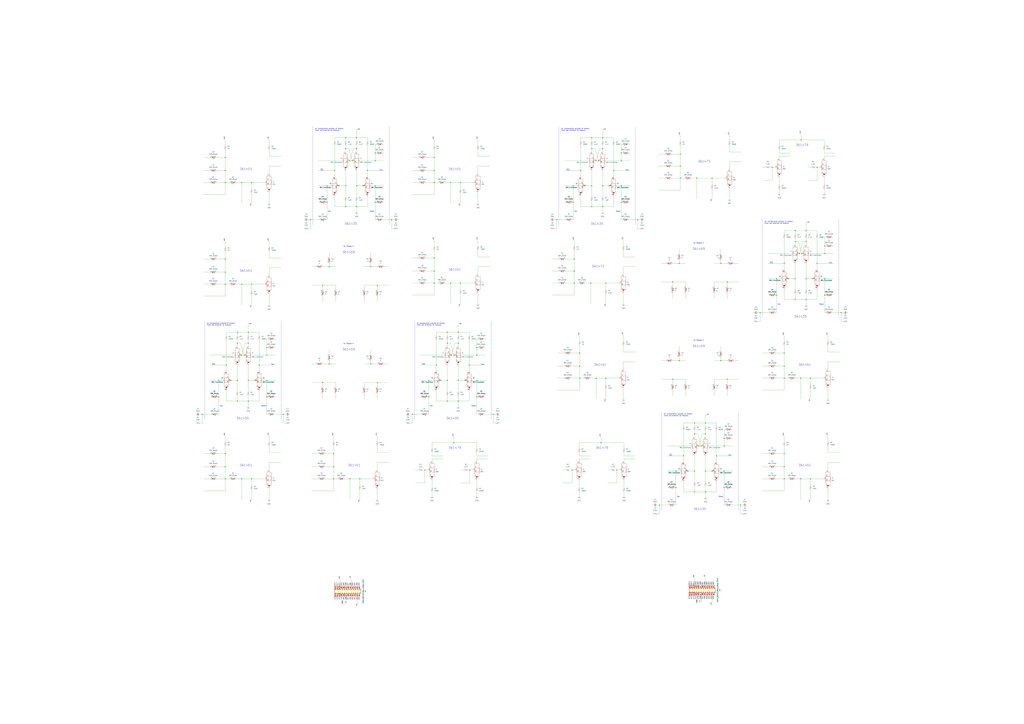
<source format=kicad_sch>
(kicad_sch (version 20211123) (generator eeschema)
  (paper "A0")
  (junction (at 692.15 186.69))
  (junction (at 292.1 330.2))
  (junction (at 261.62 527.05))
  (junction (at 844.55 327.66))
  (junction (at 687.07 160.02))
  (junction (at 511.81 441.96))
  (junction (at 426.72 198.1132))
  (junction (at 280.67 330.2))
  (junction (at 532.13 386.08))
  (junction (at 673.1 439.42))
  (junction (at 504.19 299.72))
  (junction (at 401.32 172.72))
  (junction (at 687.07 172.72))
  (junction (at 819.15 571.5))
  (junction (at 699.77 215.9))
  (junction (at 261.62 316.23))
  (junction (at 923.29 280.67))
  (junction (at 572.77 481.33))
  (junction (at 534.67 212.09))
  (junction (at 262.89 424.1868))
  (junction (at 478.79 481.33))
  (junction (at 703.58 439.42))
  (junction (at 910.59 527.05))
  (junction (at 328.93 481.3368))
  (junction (at 275.59 398.7868))
  (junction (at 275.59 441.9668))
  (junction (at 687.07 240.03))
  (junction (at 532.13 466.09))
  (junction (at 957.58 323.85))
  (junction (at 309.88 412.7568))
  (junction (at 948.69 306.0632))
  (junction (at 929.64 439.42))
  (junction (at 524.51 412.75))
  (junction (at 721.36 234.95))
  (junction (at 806.45 571.5))
  (junction (at 519.43 398.78))
  (junction (at 781.05 327.66))
  (junction (at 401.32 240.03))
  (junction (at 910.59 410.21))
  (junction (at 699.77 240.03))
  (junction (at 280.67 556.26))
  (junction (at 673.1 425.45))
  (junction (at 280.67 412.7568))
  (junction (at 414.02 172.72))
  (junction (at 523.24 328.93))
  (junction (at 435.61 215.9))
  (junction (at 943.61 323.85))
  (junction (at 935.99 347.98))
  (junction (at 896.62 194.31))
  (junction (at 288.29 386.0868))
  (junction (at 859.79 586.74))
  (junction (at 267.97 441.9668))
  (junction (at 929.64 556.26))
  (junction (at 910.59 556.26))
  (junction (at 387.35 556.26))
  (junction (at 430.53 309.88))
  (junction (at 527.05 514.35))
  (junction (at 545.465 546.1))
  (junction (at 948.69 194.31))
  (junction (at 553.72 461.01))
  (junction (at 527.05 412.75))
  (junction (at 275.59 386.0868))
  (junction (at 789.94 179.07))
  (junction (at 666.75 328.93))
  (junction (at 806.45 491.49))
  (junction (at 406.4 186.69))
  (junction (at 382.27 422.91))
  (junction (at 288.29 398.7868))
  (junction (at 901.7 342.9))
  (junction (at 646.43 255.27))
  (junction (at 493.395 546.1))
  (junction (at 261.62 300.99))
  (junction (at 789.94 193.04))
  (junction (at 435.61 234.95))
  (junction (at 288.29 466.0968))
  (junction (at 504.19 212.09))
  (junction (at 374.65 331.47))
  (junction (at 408.94 186.69))
  (junction (at 553.72 412.75))
  (junction (at 665.48 215.9))
  (junction (at 814.07 518.16))
  (junction (at 438.15 444.5))
  (junction (at 309.88 461.0168))
  (junction (at 544.83 424.1732))
  (junction (at 539.75 441.96))
  (junction (at 930.91 294.64))
  (junction (at 789.94 207.01))
  (junction (at 292.1 212.09))
  (junction (at 254 461.0168))
  (junction (at 309.88 403.8668))
  (junction (at 844.55 440.69))
  (junction (at 699.77 172.72))
  (junction (at 784.86 566.42))
  (junction (at 808.99 207.01))
  (junction (at 438.15 331.47))
  (junction (at 840.74 547.37))
  (junction (at 819.15 491.49))
  (junction (at 382.27 309.88))
  (junction (at 740.41 255.27))
  (junction (at 910.59 425.45))
  (junction (at 414.02 215.9))
  (junction (at 430.53 422.91))
  (junction (at 417.83 556.26))
  (junction (at 519.43 466.09))
  (junction (at 454.66 255.27))
  (junction (at 819.15 504.19))
  (junction (at 826.77 547.37))
  (junction (at 388.62 198.12))
  (junction (at 793.75 529.59))
  (junction (at 840.74 518.16))
  (junction (at 553.72 403.86))
  (junction (at 721.36 177.8))
  (junction (at 910.59 439.42))
  (junction (at 295.91 441.9668))
  (junction (at 819.15 547.37))
  (junction (at 666.75 300.99))
  (junction (at 261.62 182.88))
  (junction (at 261.62 212.09))
  (junction (at 261.62 330.2))
  (junction (at 840.74 509.27))
  (junction (at 935.99 323.85))
  (junction (at 234.95 481.3368))
  (junction (at 283.21 412.7568))
  (junction (at 506.73 424.18))
  (junction (at 504.19 198.12))
  (junction (at 826.77 207.01))
  (junction (at 292.1 556.26))
  (junction (at 280.67 212.09))
  (junction (at 414.02 160.02))
  (junction (at 288.29 441.9668))
  (junction (at 721.36 186.69))
  (junction (at 930.275 162.56))
  (junction (at 811.53 518.16))
  (junction (at 976.63 363.22))
  (junction (at 694.69 186.69))
  (junction (at 941.07 556.26))
  (junction (at 497.84 461.01))
  (junction (at 928.37 294.64))
  (junction (at 692.15 439.42))
  (junction (at 309.88 441.9668))
  (junction (at 935.99 267.97))
  (junction (at 421.64 215.9))
  (junction (at 435.61 186.69))
  (junction (at 523.24 212.09))
  (junction (at 923.29 347.98))
  (junction (at 261.62 198.12))
  (junction (at 798.83 547.37))
  (junction (at 721.36 215.9))
  (junction (at 957.58 285.75))
  (junction (at 687.07 215.9))
  (junction (at 664.21 546.1))
  (junction (at 534.67 328.93))
  (junction (at 957.58 294.64))
  (junction (at 406.4 556.26))
  (junction (at 836.93 306.07))
  (junction (at 923.29 267.97))
  (junction (at 401.32 215.9))
  (junction (at 910.59 542.29))
  (junction (at 504.19 182.88))
  (junction (at 882.65 363.22))
  (junction (at 497.84 441.96))
  (junction (at 553.72 441.96))
  (junction (at 519.43 386.08))
  (junction (at 703.58 328.93))
  (junction (at 840.74 566.42))
  (junction (at 387.35 527.05))
  (junction (at 788.67 306.07))
  (junction (at 379.73 234.95))
  (junction (at 666.75 314.96))
  (junction (at 665.48 234.95))
  (junction (at 673.1 410.21))
  (junction (at 275.59 466.0968))
  (junction (at 781.05 440.69))
  (junction (at 504.19 328.93))
  (junction (at 300.99 424.18))
  (junction (at 504.19 314.96))
  (junction (at 941.07 439.42))
  (junction (at 765.81 586.74))
  (junction (at 716.28 546.1))
  (junction (at 685.8 328.93))
  (junction (at 532.13 441.96))
  (junction (at 401.32 160.02))
  (junction (at 935.99 280.67))
  (junction (at 901.7 323.85))
  (junction (at 788.67 419.1))
  (junction (at 712.47 198.1132))
  (junction (at 679.45 215.9))
  (junction (at 836.93 419.1))
  (junction (at 707.39 215.9))
  (junction (at 532.13 398.78))
  (junction (at 379.73 215.9))
  (junction (at 519.43 441.96))
  (junction (at 435.61 177.8))
  (junction (at 957.58 342.9))
  (junction (at 674.37 198.12))
  (junction (at 699.77 160.02))
  (junction (at 806.45 504.19))
  (junction (at 261.62 556.26))
  (junction (at 254 441.9668))
  (junction (at 806.45 547.37))
  (junction (at 387.35 542.29))
  (junction (at 784.86 547.37))
  (junction (at 831.85 529.5832))
  (junction (at 393.7 215.9))
  (junction (at 414.02 240.03))
  (junction (at 923.29 323.85))
  (junction (at 374.65 444.5))
  (junction (at 360.68 255.27))
  (junction (at 261.62 542.29))
  (junction (at 910.59 306.07))
  (junction (at 697.865 514.35))
  (junction (at 915.67 323.85))
  (wire (pts (xy 361.95 527.05) (xy 369.57 527.05)))
  (wire (pts (xy 261.62 556.26) (xy 266.7 556.26)))
  (wire (pts (xy 666.75 314.96) (xy 666.75 328.93)))
  (wire (pts (xy 387.35 570.23) (xy 387.35 556.26)))
  (wire (pts (xy 532.13 398.78) (xy 532.13 402.59)))
  (wire (pts (xy 699.77 160.02) (xy 712.47 160.02)))
  (wire (pts (xy 694.69 186.69) (xy 721.36 186.69)))
  (wire (pts (xy 361.95 570.23) (xy 387.35 570.23)))
  (wire (pts (xy 831.85 571.5) (xy 819.15 571.5)))
  (wire (pts (xy 527.05 412.75) (xy 553.72 412.75)))
  (wire (pts (xy 284.48 398.7868) (xy 280.67 412.7568)))
  (wire (pts (xy 275.59 441.9668) (xy 275.59 424.1868)))
  (wire (pts (xy 646.43 255.27) (xy 643.89 255.27)))
  (wire (pts (xy 309.88 441.9668) (xy 320.04 441.9668)))
  (wire (pts (xy 532.13 459.74) (xy 532.13 466.09)))
  (wire (pts (xy 426.72 198.1132) (xy 445.77 198.1132)))
  (wire (pts (xy 544.83 466.09) (xy 532.13 466.09)))
  (wire (pts (xy 687.07 160.02) (xy 687.07 163.83)))
  (wire (pts (xy 819.15 571.5) (xy 819.15 577.85)))
  (wire (pts (xy 781.05 340.36) (xy 781.05 346.71)))
  (wire (pts (xy 497.84 461.01) (xy 496.57 461.01)))
  (wire (pts (xy 672.465 520.7) (xy 672.465 514.35)))
  (wire (pts (xy 652.78 546.1) (xy 656.59 546.1)))
  (wire (pts (xy 506.73 466.09) (xy 506.73 453.39)))
  (wire (pts (xy 292.1 342.9) (xy 292.1 354.33)))
  (wire (pts (xy 849.63 586.74) (xy 859.79 586.74)))
  (wire (pts (xy 814.07 518.16) (xy 840.74 518.16)))
  (wire (pts (xy 847.09 168.91) (xy 847.09 176.53)))
  (wire (pts (xy 236.22 344.17) (xy 261.62 344.17)))
  (wire (pts (xy 389.89 457.2) (xy 389.89 463.55)))
  (wire (pts (xy 831.85 491.49) (xy 831.85 495.3)))
  (wire (pts (xy 885.825 209.55) (xy 896.62 209.55)))
  (polyline (pts (xy 737.87 147.32) (xy 737.87 261.62)))
  (wire (pts (xy 243.84 412.7568) (xy 280.67 412.7568)))
  (wire (pts (xy 935.99 280.67) (xy 932.18 280.67)))
  (wire (pts (xy 236.22 198.12) (xy 243.84 198.12)))
  (wire (pts (xy 699.77 240.03) (xy 699.77 246.38)))
  (wire (pts (xy 382.27 306.07) (xy 382.27 309.88)))
  (wire (pts (xy 901.7 363.22) (xy 900.43 363.22)))
  (wire (pts (xy 422.91 457.2) (xy 422.91 463.55)))
  (wire (pts (xy 414.02 215.9) (xy 421.64 215.9)))
  (wire (pts (xy 523.24 398.78) (xy 527.05 412.75)))
  (wire (pts (xy 910.59 410.21) (xy 910.59 425.45)))
  (wire (pts (xy 234.95 491.4968) (xy 234.95 481.3368)))
  (wire (pts (xy 956.945 205.74) (xy 956.945 214.63)))
  (wire (pts (xy 814.07 692.15) (xy 814.07 698.5)))
  (wire (pts (xy 840.74 509.27) (xy 842.01 509.27)))
  (wire (pts (xy 852.17 306.07) (xy 857.25 306.07)))
  (wire (pts (xy 666.75 328.93) (xy 671.83 328.93)))
  (wire (pts (xy 504.19 182.88) (xy 494.03 182.88)))
  (wire (pts (xy 723.9 429.26) (xy 723.9 420.37)))
  (wire (pts (xy 309.88 481.3368) (xy 311.15 481.3368)))
  (wire (pts (xy 923.29 347.98) (xy 910.59 347.98)))
  (wire (pts (xy 438.15 537.21) (xy 452.12 537.21)))
  (wire (pts (xy 288.29 466.0968) (xy 275.59 466.0968)))
  (wire (pts (xy 961.39 389.89) (xy 961.39 396.24)))
  (wire (pts (xy 389.89 344.17) (xy 389.89 350.52)))
  (wire (pts (xy 646.43 265.43) (xy 646.43 255.27)))
  (wire (pts (xy 482.6 561.34) (xy 493.395 561.34)))
  (wire (pts (xy 641.35 328.93) (xy 648.97 328.93)))
  (wire (pts (xy 478.79 481.33) (xy 476.25 481.33)))
  (wire (pts (xy 487.68 441.96) (xy 497.84 441.96)))
  (wire (pts (xy 478.79 299.72) (xy 486.41 299.72)))
  (wire (pts (xy 254 461.0168) (xy 254 481.3368)))
  (polyline (pts (xy 452.12 147.32) (xy 452.12 261.62)))
  (wire (pts (xy 454.66 255.27) (xy 457.2 255.27)))
  (wire (pts (xy 910.59 527.05) (xy 900.43 527.05)))
  (wire (pts (xy 261.62 527.05) (xy 251.46 527.05)))
  (wire (pts (xy 901.7 342.9) (xy 900.43 342.9)))
  (wire (pts (xy 806.45 491.49) (xy 806.45 495.3)))
  (wire (pts (xy 765.81 586.74) (xy 763.27 586.74)))
  (wire (pts (xy 438.15 331.47) (xy 438.15 336.55)))
  (wire (pts (xy 935.99 341.63) (xy 935.99 347.98)))
  (wire (pts (xy 254 461.0168) (xy 252.73 461.0168)))
  (wire (pts (xy 554.99 298.45) (xy 568.96 298.45)))
  (wire (pts (xy 478.79 342.9) (xy 504.19 342.9)))
  (wire (pts (xy 394.97 673.1) (xy 394.97 680.72)))
  (wire (pts (xy 935.99 259.08) (xy 935.99 267.97)))
  (wire (pts (xy 236.22 330.2) (xy 243.84 330.2)))
  (wire (pts (xy 506.73 424.18) (xy 506.73 431.8)))
  (wire (pts (xy 534.67 328.93) (xy 534.67 336.55)))
  (wire (pts (xy 504.19 162.56) (xy 504.19 168.91)))
  (wire (pts (xy 721.36 186.69) (xy 731.52 186.69)))
  (wire (pts (xy 309.88 461.0168) (xy 309.88 481.3368)))
  (wire (pts (xy 923.29 280.67) (xy 927.1 280.67)))
  (wire (pts (xy 685.8 328.93) (xy 685.8 353.06)))
  (wire (pts (xy 910.59 542.29) (xy 900.43 542.29)))
  (wire (pts (xy 331.47 491.4968) (xy 328.93 491.4968)))
  (wire (pts (xy 309.88 393.7068) (xy 309.88 403.8668)))
  (wire (pts (xy 948.69 209.55) (xy 948.69 194.31)))
  (wire (pts (xy 539.75 441.96) (xy 553.72 441.96)))
  (wire (pts (xy 501.65 514.35) (xy 527.05 514.35)))
  (wire (pts (xy 553.72 393.7) (xy 554.99 393.7)))
  (wire (pts (xy 553.72 441.96) (xy 563.88 441.96)))
  (wire (pts (xy 401.32 240.03) (xy 388.62 240.03)))
  (wire (pts (xy 261.62 542.29) (xy 251.46 542.29)))
  (wire (pts (xy 819.15 547.37) (xy 826.77 547.37)))
  (wire (pts (xy 490.855 546.1) (xy 493.395 546.1)))
  (wire (pts (xy 438.15 444.5) (xy 438.15 449.58)))
  (wire (pts (xy 312.42 518.16) (xy 312.42 525.78)))
  (wire (pts (xy 788.67 419.1) (xy 796.29 419.1)))
  (wire (pts (xy 796.29 340.36) (xy 796.29 346.71)))
  (wire (pts (xy 545.465 546.1) (xy 548.64 546.1)))
  (wire (pts (xy 267.97 441.9668) (xy 275.59 441.9668)))
  (wire (pts (xy 784.86 566.42) (xy 784.86 586.74)))
  (wire (pts (xy 410.21 172.72) (xy 406.4 186.69)))
  (wire (pts (xy 699.77 160.02) (xy 699.77 163.83)))
  (wire (pts (xy 553.72 557.53) (xy 553.72 566.42)))
  (wire (pts (xy 891.54 323.85) (xy 901.7 323.85)))
  (wire (pts (xy 388.62 198.12) (xy 388.62 205.74)))
  (wire (pts (xy 406.4 580.39) (xy 406.4 556.26)))
  (wire (pts (xy 497.84 441.96) (xy 511.81 441.96)))
  (wire (pts (xy 923.29 439.42) (xy 929.64 439.42)))
  (wire (pts (xy 408.94 186.69) (xy 435.61 186.69)))
  (wire (pts (xy 910.59 453.39) (xy 910.59 439.42)))
  (wire (pts (xy 723.9 420.37) (xy 737.87 420.37)))
  (wire (pts (xy 923.29 556.26) (xy 929.64 556.26)))
  (wire (pts (xy 692.15 439.42) (xy 703.58 439.42)))
  (wire (pts (xy 672.465 514.35) (xy 697.865 514.35)))
  (wire (pts (xy 721.36 177.8) (xy 722.63 177.8)))
  (wire (pts (xy 961.39 401.32) (xy 961.39 408.94)))
  (wire (pts (xy 288.29 459.7468) (xy 288.29 466.0968)))
  (wire (pts (xy 961.39 420.37) (xy 975.36 420.37)))
  (wire (pts (xy 901.7 323.85) (xy 915.67 323.85)))
  (wire (pts (xy 426.72 168.91) (xy 426.72 198.1132)))
  (wire (pts (xy 312.42 292.1) (xy 312.42 299.72)))
  (wire (pts (xy 784.86 547.37) (xy 784.86 566.42)))
  (wire (pts (xy 721.36 167.64) (xy 722.63 167.64)))
  (wire (pts (xy 957.58 342.9) (xy 958.85 342.9)))
  (wire (pts (xy 705.485 561.34) (xy 716.28 561.34)))
  (wire (pts (xy 312.42 162.56) (xy 312.42 168.91)))
  (wire (pts (xy 695.96 172.72) (xy 692.15 186.69)))
  (wire (pts (xy 935.99 347.98) (xy 923.29 347.98)))
  (wire (pts (xy 501.65 557.53) (xy 501.65 566.42)))
  (wire (pts (xy 243.84 441.9668) (xy 254 441.9668)))
  (wire (pts (xy 956.945 177.8) (xy 969.645 177.8)))
  (wire (pts (xy 687.07 172.72) (xy 690.88 172.72)))
  (wire (pts (xy 478.79 328.93) (xy 486.41 328.93)))
  (wire (pts (xy 885.19 570.23) (xy 910.59 570.23)))
  (wire (pts (xy 554.99 318.77) (xy 554.99 309.88)))
  (wire (pts (xy 309.88 393.7068) (xy 311.15 393.7068)))
  (wire (pts (xy 280.67 236.22) (xy 280.67 212.09)))
  (wire (pts (xy 829.31 332.74) (xy 829.31 327.66)))
  (wire (pts (xy 358.14 265.43) (xy 360.68 265.43)))
  (wire (pts (xy 274.32 330.2) (xy 280.67 330.2)))
  (wire (pts (xy 798.83 547.37) (xy 806.45 547.37)))
  (wire (pts (xy 904.875 224.79) (xy 904.875 219.71)))
  (wire (pts (xy 836.93 419.1) (xy 829.31 419.1)))
  (wire (pts (xy 941.07 439.42) (xy 941.07 447.04)))
  (wire (pts (xy 857.25 327.66) (xy 844.55 327.66)))
  (wire (pts (xy 309.88 412.7568) (xy 320.04 412.7568)))
  (wire (pts (xy 387.35 542.29) (xy 387.35 556.26)))
  (wire (pts (xy 426.72 160.02) (xy 426.72 163.83)))
  (wire (pts (xy 672.465 557.53) (xy 672.465 566.42)))
  (wire (pts (xy 882.65 373.38) (xy 882.65 363.22)))
  (wire (pts (xy 723.9 298.45) (xy 737.87 298.45)))
  (wire (pts (xy 528.32 398.78) (xy 524.51 412.75)))
  (wire (pts (xy 806.45 547.37) (xy 806.45 560.07)))
  (wire (pts (xy 768.35 419.1) (xy 773.43 419.1)))
  (wire (pts (xy 261.62 212.09) (xy 266.7 212.09)))
  (wire (pts (xy 478.79 314.96) (xy 486.41 314.96)))
  (wire (pts (xy 885.19 556.26) (xy 892.81 556.26)))
  (wire (pts (xy 393.7 215.9) (xy 401.32 215.9)))
  (wire (pts (xy 674.37 160.02) (xy 687.07 160.02)))
  (wire (pts (xy 554.99 279.4) (xy 554.99 285.75)))
  (wire (pts (xy 236.22 212.09) (xy 243.84 212.09)))
  (wire (pts (xy 961.39 408.94) (xy 975.36 408.94)))
  (wire (pts (xy 414.02 172.72) (xy 410.21 172.72)))
  (wire (pts (xy 703.58 341.63) (xy 703.58 353.06)))
  (wire (pts (xy 523.24 212.09) (xy 534.67 212.09)))
  (wire (pts (xy 280.67 330.2) (xy 292.1 330.2)))
  (wire (pts (xy 532.13 386.08) (xy 544.83 386.08)))
  (wire (pts (xy 388.62 160.02) (xy 388.62 163.83)))
  (wire (pts (xy 288.29 441.9668) (xy 295.91 441.9668)))
  (wire (pts (xy 532.13 394.97) (xy 532.13 398.78)))
  (wire (pts (xy 956.945 219.71) (xy 956.945 224.79)))
  (wire (pts (xy 647.7 410.21) (xy 655.32 410.21)))
  (wire (pts (xy 414.02 151.13) (xy 414.02 160.02)))
  (wire (pts (xy 935.99 267.97) (xy 935.99 271.78)))
  (wire (pts (xy 360.68 265.43) (xy 360.68 255.27)))
  (wire (pts (xy 935.99 347.98) (xy 935.99 354.33)))
  (wire (pts (xy 793.75 571.5) (xy 793.75 558.8)))
  (wire (pts (xy 789.94 157.48) (xy 789.94 163.83)))
  (wire (pts (xy 819.15 500.38) (xy 819.15 504.19)))
  (wire (pts (xy 672.465 576.58) (xy 672.465 571.5)))
  (wire (pts (xy 493.395 561.34) (xy 493.395 546.1)))
  (wire (pts (xy 478.79 182.88) (xy 486.41 182.88)))
  (wire (pts (xy 236.22 570.23) (xy 261.62 570.23)))
  (wire (pts (xy 930.91 294.64) (xy 957.58 294.64)))
  (wire (pts (xy 300.99 466.0968) (xy 288.29 466.0968)))
  (wire (pts (xy 664.21 546.1) (xy 667.385 546.1)))
  (wire (pts (xy 435.61 167.64) (xy 436.88 167.64)))
  (wire (pts (xy 673.1 439.42) (xy 678.18 439.42)))
  (wire (pts (xy 712.47 227.33) (xy 712.47 240.03)))
  (wire (pts (xy 292.1 556.26) (xy 307.34 556.26)))
  (wire (pts (xy 840.74 566.42) (xy 842.01 566.42)))
  (wire (pts (xy 292.1 556.26) (xy 292.1 563.88)))
  (wire (pts (xy 261.62 280.67) (xy 261.62 287.02)))
  (polyline (pts (xy 885.19 255.27) (xy 885.19 369.57)))
  (wire (pts (xy 935.99 276.86) (xy 935.99 280.67)))
  (wire (pts (xy 789.94 207.01) (xy 795.02 207.01)))
  (wire (pts (xy 935.99 280.67) (xy 935.99 284.48)))
  (wire (pts (xy 361.95 422.91) (xy 367.03 422.91)))
  (wire (pts (xy 655.32 198.12) (xy 674.37 198.12)))
  (wire (pts (xy 656.59 328.93) (xy 666.75 328.93)))
  (wire (pts (xy 910.59 401.32) (xy 910.59 410.21)))
  (wire (pts (xy 723.9 408.94) (xy 737.87 408.94)))
  (wire (pts (xy 672.465 525.78) (xy 672.465 529.59)))
  (wire (pts (xy 826.77 547.37) (xy 840.74 547.37)))
  (wire (pts (xy 478.79 226.06) (xy 504.19 226.06)))
  (wire (pts (xy 497.84 441.96) (xy 497.84 461.01)))
  (wire (pts (xy 575.31 491.49) (xy 572.77 491.49)))
  (wire (pts (xy 251.46 212.09) (xy 261.62 212.09)))
  (wire (pts (xy 910.59 347.98) (xy 910.59 335.28)))
  (wire (pts (xy 288.29 394.9768) (xy 288.29 398.7868)))
  (wire (pts (xy 360.68 255.27) (xy 358.14 255.27)))
  (wire (pts (xy 309.88 403.8668) (xy 309.88 412.7568)))
  (wire (pts (xy 279.4 398.7868) (xy 283.21 412.7568)))
  (wire (pts (xy 554.99 290.83) (xy 554.99 298.45)))
  (wire (pts (xy 402.59 693.42) (xy 402.59 699.77)))
  (wire (pts (xy 519.43 386.08) (xy 532.13 386.08)))
  (wire (pts (xy 438.15 444.5) (xy 422.91 444.5)))
  (wire (pts (xy 374.65 444.5) (xy 374.65 449.58)))
  (wire (pts (xy 387.35 542.29) (xy 377.19 542.29)))
  (wire (pts (xy 957.58 275.59) (xy 957.58 285.75)))
  (wire (pts (xy 819.15 504.19) (xy 815.34 504.19)))
  (wire (pts (xy 414.02 168.91) (xy 414.02 172.72)))
  (wire (pts (xy 774.7 529.59) (xy 793.75 529.59)))
  (wire (pts (xy 699.77 240.03) (xy 687.07 240.03)))
  (polyline (pts (xy 570.23 373.38) (xy 570.23 487.68)))
  (wire (pts (xy 379.73 215.9) (xy 393.7 215.9)))
  (wire (pts (xy 532.13 424.18) (xy 532.13 441.96)))
  (wire (pts (xy 764.54 179.07) (xy 772.16 179.07)))
  (wire (pts (xy 554.99 193.04) (xy 568.96 193.04)))
  (wire (pts (xy 796.29 332.74) (xy 796.29 327.66)))
  (wire (pts (xy 927.1 280.67) (xy 930.91 294.64)))
  (polyline (pts (xy 648.97 147.32) (xy 648.97 261.62)))
  (wire (pts (xy 504.19 328.93) (xy 509.27 328.93)))
  (wire (pts (xy 312.42 537.21) (xy 326.39 537.21)))
  (wire (pts (xy 300.99 424.18) (xy 300.99 431.8068)))
  (polyline (pts (xy 363.22 147.32) (xy 363.22 261.62)))
  (wire (pts (xy 275.59 386.0868) (xy 275.59 389.8968)))
  (wire (pts (xy 435.61 177.8) (xy 436.88 177.8)))
  (wire (pts (xy 703.58 328.93) (xy 703.58 336.55)))
  (wire (pts (xy 553.72 514.35) (xy 553.72 520.7)))
  (wire (pts (xy 261.62 316.23) (xy 251.46 316.23)))
  (wire (pts (xy 941.07 568.96) (xy 941.07 580.39)))
  (wire (pts (xy 829.31 340.36) (xy 829.31 346.71)))
  (wire (pts (xy 435.61 234.95) (xy 436.88 234.95)))
  (wire (pts (xy 840.74 566.42) (xy 840.74 586.74)))
  (wire (pts (xy 673.1 410.21) (xy 662.94 410.21)))
  (wire (pts (xy 438.15 518.16) (xy 438.15 525.78)))
  (wire (pts (xy 956.945 181.61) (xy 969.645 181.61)))
  (wire (pts (xy 672.465 535.94) (xy 672.465 533.4)))
  (wire (pts (xy 768.35 306.07) (xy 773.43 306.07)))
  (polyline (pts (xy 974.09 255.27) (xy 974.09 369.57)))
  (wire (pts (xy 261.62 316.23) (xy 261.62 330.2)))
  (wire (pts (xy 957.58 363.22) (xy 958.85 363.22)))
  (wire (pts (xy 793.75 491.49) (xy 806.45 491.49)))
  (wire (pts (xy 234.95 481.3368) (xy 245.11 481.3368)))
  (wire (pts (xy 961.39 525.78) (xy 975.36 525.78)))
  (wire (pts (xy 806.45 547.37) (xy 806.45 529.59)))
  (wire (pts (xy 847.09 157.48) (xy 847.09 163.83)))
  (wire (pts (xy 261.62 506.73) (xy 261.62 513.08)))
  (wire (pts (xy 957.58 323.85) (xy 957.58 342.9)))
  (wire (pts (xy 673.1 410.21) (xy 673.1 425.45)))
  (wire (pts (xy 819.15 547.37) (xy 819.15 560.07)))
  (wire (pts (xy 254 481.3368) (xy 252.73 481.3368)))
  (wire (pts (xy 445.77 309.88) (xy 450.85 309.88)))
  (wire (pts (xy 554.99 309.88) (xy 568.96 309.88)))
  (wire (pts (xy 506.73 386.08) (xy 519.43 386.08)))
  (wire (pts (xy 844.55 419.1) (xy 836.93 419.1)))
  (wire (pts (xy 487.68 424.18) (xy 506.73 424.18)))
  (wire (pts (xy 554.99 173.99) (xy 554.99 181.61)))
  (wire (pts (xy 369.57 186.69) (xy 406.4 186.69)))
  (wire (pts (xy 527.05 508) (xy 527.05 514.35)))
  (wire (pts (xy 445.77 422.91) (xy 450.85 422.91)))
  (wire (pts (xy 836.93 402.59) (xy 836.93 407.67)))
  (wire (pts (xy 647.7 453.39) (xy 673.1 453.39)))
  (wire (pts (xy 414.02 172.72) (xy 414.02 176.53)))
  (wire (pts (xy 910.59 556.26) (xy 915.67 556.26)))
  (wire (pts (xy 438.15 309.88) (xy 430.53 309.88)))
  (wire (pts (xy 941.07 556.26) (xy 956.31 556.26)))
  (wire (pts (xy 844.55 327.66) (xy 829.31 327.66)))
  (wire (pts (xy 288.29 377.1968) (xy 288.29 386.0868)))
  (wire (pts (xy 641.35 300.99) (xy 648.97 300.99)))
  (wire (pts (xy 712.47 240.03) (xy 699.77 240.03)))
  (wire (pts (xy 703.58 452.12) (xy 703.58 463.55)))
  (wire (pts (xy 764.54 193.04) (xy 772.16 193.04)))
  (wire (pts (xy 328.93 481.3368) (xy 331.47 481.3368)))
  (wire (pts (xy 300.99 394.9768) (xy 300.99 424.18)))
  (wire (pts (xy 438.15 506.73) (xy 438.15 513.08)))
  (wire (pts (xy 643.89 265.43) (xy 646.43 265.43)))
  (wire (pts (xy 379.73 234.95) (xy 379.73 255.27)))
  (wire (pts (xy 765.81 586.74) (xy 775.97 586.74)))
  (wire (pts (xy 929.64 580.39) (xy 929.64 556.26)))
  (wire (pts (xy 685.8 439.42) (xy 692.15 439.42)))
  (wire (pts (xy 687.07 168.91) (xy 687.07 172.72)))
  (wire (pts (xy 501.65 520.7) (xy 501.65 514.35)))
  (wire (pts (xy 765.81 596.9) (xy 765.81 586.74)))
  (wire (pts (xy 943.61 323.85) (xy 957.58 323.85)))
  (wire (pts (xy 275.59 441.9668) (xy 275.59 454.6668)))
  (wire (pts (xy 369.57 215.9) (xy 379.73 215.9)))
  (wire (pts (xy 948.69 306.0632) (xy 948.69 313.69)))
  (wire (pts (xy 840.74 499.11) (xy 842.01 499.11)))
  (wire (pts (xy 674.37 240.03) (xy 674.37 227.33)))
  (wire (pts (xy 932.18 280.67) (xy 928.37 294.64)))
  (wire (pts (xy 435.61 255.27) (xy 436.88 255.27)))
  (wire (pts (xy 687.07 240.03) (xy 674.37 240.03)))
  (wire (pts (xy 806.45 504.19) (xy 806.45 508)))
  (wire (pts (xy 647.7 425.45) (xy 655.32 425.45)))
  (wire (pts (xy 476.25 491.49) (xy 478.79 491.49)))
  (wire (pts (xy 417.83 556.26) (xy 433.07 556.26)))
  (wire (pts (xy 300.99 424.18) (xy 320.04 424.18)))
  (wire (pts (xy 504.19 173.99) (xy 504.19 182.88)))
  (wire (pts (xy 961.39 506.73) (xy 961.39 513.08)))
  (wire (pts (xy 789.94 193.04) (xy 789.94 207.01)))
  (wire (pts (xy 312.42 201.93) (xy 312.42 193.04)))
  (wire (pts (xy 930.275 156.21) (xy 930.275 162.56)))
  (wire (pts (xy 961.39 567.69) (xy 961.39 580.39)))
  (wire (pts (xy 379.73 215.9) (xy 379.73 234.95)))
  (wire (pts (xy 901.7 323.85) (xy 901.7 342.9)))
  (wire (pts (xy 288.29 441.9668) (xy 288.29 454.6668)))
  (wire (pts (xy 901.7 342.9) (xy 901.7 363.22)))
  (wire (pts (xy 504.19 314.96) (xy 494.03 314.96)))
  (wire (pts (xy 379.73 234.95) (xy 378.46 234.95)))
  (wire (pts (xy 430.53 309.88) (xy 422.91 309.88)))
  (wire (pts (xy 900.43 439.42) (xy 910.59 439.42)))
  (wire (pts (xy 808.99 207.01) (xy 808.99 231.14)))
  (wire (pts (xy 808.99 207.01) (xy 826.77 207.01)))
  (wire (pts (xy 844.55 440.69) (xy 829.31 440.69)))
  (wire (pts (xy 274.32 212.09) (xy 280.67 212.09)))
  (wire (pts (xy 929.64 556.26) (xy 941.07 556.26)))
  (wire (pts (xy 723.9 389.89) (xy 723.9 396.24)))
  (wire (pts (xy 674.37 198.12) (xy 674.37 205.74)))
  (wire (pts (xy 382.27 406.4) (xy 382.27 411.48)))
  (wire (pts (xy 534.67 546.1) (xy 538.48 546.1)))
  (wire (pts (xy 389.89 449.58) (xy 389.89 444.5)))
  (wire (pts (xy 430.53 306.07) (xy 430.53 309.88)))
  (wire (pts (xy 923.29 267.97) (xy 923.29 271.78)))
  (wire (pts (xy 849.63 499.11) (xy 850.9 499.11)))
  (wire (pts (xy 712.47 198.1132) (xy 712.47 205.74)))
  (wire (pts (xy 687.07 215.9) (xy 687.07 198.12)))
  (wire (pts (xy 554.99 340.36) (xy 554.99 353.06)))
  (wire (pts (xy 956.945 184.15) (xy 956.945 181.61)))
  (wire (pts (xy 312.42 525.78) (xy 326.39 525.78)))
  (wire (pts (xy 840.74 547.37) (xy 850.9 547.37)))
  (wire (pts (xy 280.67 556.26) (xy 292.1 556.26)))
  (wire (pts (xy 414.02 160.02) (xy 426.72 160.02)))
  (wire (pts (xy 724.535 571.5) (xy 724.535 576.58)))
  (wire (pts (xy 730.25 167.64) (xy 731.52 167.64)))
  (wire (pts (xy 553.72 393.7) (xy 553.72 403.86)))
  (wire (pts (xy 553.72 525.78) (xy 553.72 529.59)))
  (wire (pts (xy 941.07 452.12) (xy 941.07 463.55)))
  (wire (pts (xy 885.19 453.39) (xy 910.59 453.39)))
  (wire (pts (xy 819.15 491.49) (xy 819.15 495.3)))
  (wire (pts (xy 915.67 323.85) (xy 923.29 323.85)))
  (wire (pts (xy 923.29 276.86) (xy 923.29 280.67)))
  (wire (pts (xy 280.67 580.39) (xy 280.67 556.26)))
  (wire (pts (xy 910.59 542.29) (xy 910.59 556.26)))
  (wire (pts (xy 532.13 441.96) (xy 539.75 441.96)))
  (wire (pts (xy 662.94 439.42) (xy 673.1 439.42)))
  (wire (pts (xy 819.15 491.49) (xy 831.85 491.49)))
  (wire (pts (xy 891.54 306.07) (xy 910.59 306.07)))
  (wire (pts (xy 679.45 328.93) (xy 685.8 328.93)))
  (wire (pts (xy 829.31 445.77) (xy 829.31 440.69)))
  (wire (pts (xy 724.535 529.59) (xy 737.235 529.59)))
  (wire (pts (xy 438.15 457.2) (xy 438.15 463.55)))
  (wire (pts (xy 236.22 556.26) (xy 243.84 556.26)))
  (wire (pts (xy 784.86 586.74) (xy 783.59 586.74)))
  (wire (pts (xy 831.85 500.38) (xy 831.85 529.5832)))
  (wire (pts (xy 819.15 571.5) (xy 806.45 571.5)))
  (wire (pts (xy 910.59 410.21) (xy 900.43 410.21)))
  (wire (pts (xy 369.57 198.12) (xy 388.62 198.12)))
  (wire (pts (xy 712.47 198.1132) (xy 731.52 198.1132)))
  (wire (pts (xy 444.5 255.27) (xy 454.66 255.27)))
  (wire (pts (xy 666.75 342.9) (xy 666.75 328.93)))
  (wire (pts (xy 288.29 386.0868) (xy 300.99 386.0868)))
  (wire (pts (xy 251.46 556.26) (xy 261.62 556.26)))
  (wire (pts (xy 781.05 453.39) (xy 781.05 459.74)))
  (wire (pts (xy 948.69 306.0632) (xy 967.74 306.0632)))
  (wire (pts (xy 666.75 300.99) (xy 656.59 300.99)))
  (wire (pts (xy 438.15 331.47) (xy 422.91 331.47)))
  (wire (pts (xy 935.99 323.85) (xy 935.99 336.55)))
  (wire (pts (xy 844.55 340.36) (xy 844.55 346.71)))
  (wire (pts (xy 904.875 177.8) (xy 917.575 177.8)))
  (wire (pts (xy 664.21 561.34) (xy 664.21 546.1)))
  (wire (pts (xy 501.65 525.78) (xy 501.65 529.59)))
  (wire (pts (xy 532.13 377.19) (xy 532.13 386.08)))
  (wire (pts (xy 407.67 673.1) (xy 407.67 680.72)))
  (wire (pts (xy 534.67 328.93) (xy 549.91 328.93)))
  (wire (pts (xy 885.19 194.31) (xy 889 194.31)))
  (wire (pts (xy 262.89 424.1868) (xy 262.89 431.8068)))
  (wire (pts (xy 312.42 193.04) (xy 326.39 193.04)))
  (wire (pts (xy 478.79 491.49) (xy 478.79 481.33)))
  (wire (pts (xy 826.77 207.01) (xy 842.01 207.01)))
  (wire (pts (xy 511.81 441.96) (xy 519.43 441.96)))
  (wire (pts (xy 543.56 546.1) (xy 545.465 546.1)))
  (wire (pts (xy 421.64 215.9) (xy 435.61 215.9)))
  (wire (pts (xy 478.79 198.12) (xy 486.41 198.12)))
  (wire (pts (xy 957.58 285.75) (xy 957.58 294.64)))
  (wire (pts (xy 666.75 300.99) (xy 666.75 314.96)))
  (wire (pts (xy 789.94 179.07) (xy 789.94 193.04)))
  (wire (pts (xy 236.22 316.23) (xy 243.84 316.23)))
  (wire (pts (xy 961.39 518.16) (xy 961.39 525.78)))
  (wire (pts (xy 941.07 556.26) (xy 941.07 563.88)))
  (wire (pts (xy 554.99 201.93) (xy 554.99 193.04)))
  (wire (pts (xy 935.99 306.07) (xy 935.99 323.85)))
  (wire (pts (xy 261.62 182.88) (xy 261.62 198.12)))
  (wire (pts (xy 910.59 518.16) (xy 910.59 527.05)))
  (wire (pts (xy 910.59 267.97) (xy 923.29 267.97)))
  (wire (pts (xy 283.21 412.7568) (xy 309.88 412.7568)))
  (wire (pts (xy 806.45 500.38) (xy 806.45 504.19)))
  (wire (pts (xy 806.45 671.83) (xy 806.45 679.45)))
  (wire (pts (xy 784.86 566.42) (xy 783.59 566.42)))
  (wire (pts (xy 687.07 160.02) (xy 699.77 160.02)))
  (wire (pts (xy 417.83 556.26) (xy 417.83 563.88)))
  (wire (pts (xy 387.35 506.73) (xy 387.35 513.08)))
  (polyline (pts (xy 237.49 373.3868) (xy 237.49 487.6868)))
  (wire (pts (xy 730.25 177.8) (xy 731.52 177.8)))
  (wire (pts (xy 236.22 542.29) (xy 243.84 542.29)))
  (wire (pts (xy 382.27 293.37) (xy 382.27 298.45)))
  (wire (pts (xy 562.61 403.86) (xy 563.88 403.86)))
  (wire (pts (xy 894.08 194.31) (xy 896.62 194.31)))
  (wire (pts (xy 836.93 302.26) (xy 836.93 306.07)))
  (wire (pts (xy 262.89 394.9768) (xy 262.89 424.1868)))
  (wire (pts (xy 544.83 424.1732) (xy 563.88 424.1732)))
  (wire (pts (xy 961.39 546.1) (xy 961.39 537.21)))
  (wire (pts (xy 714.375 546.1) (xy 716.28 546.1)))
  (wire (pts (xy 401.32 160.02) (xy 414.02 160.02)))
  (wire (pts (xy 554.99 181.61) (xy 568.96 181.61)))
  (wire (pts (xy 724.535 525.78) (xy 724.535 529.59)))
  (wire (pts (xy 847.09 196.85) (xy 847.09 187.96)))
  (wire (pts (xy 910.59 267.97) (xy 910.59 271.78)))
  (wire (pts (xy 523.24 328.93) (xy 534.67 328.93)))
  (wire (pts (xy 768.35 440.69) (xy 781.05 440.69)))
  (wire (pts (xy 703.58 328.93) (xy 718.82 328.93)))
  (wire (pts (xy 781.05 419.1) (xy 788.67 419.1)))
  (wire (pts (xy 847.09 218.44) (xy 847.09 231.14)))
  (wire (pts (xy 422.91 344.17) (xy 422.91 350.52)))
  (wire (pts (xy 840.74 499.11) (xy 840.74 509.27)))
  (wire (pts (xy 859.79 586.74) (xy 862.33 586.74)))
  (polyline (pts (xy 326.39 373.3868) (xy 326.39 487.6868)))
  (wire (pts (xy 534.67 224.79) (xy 534.67 236.22)))
  (wire (pts (xy 910.59 570.23) (xy 910.59 556.26)))
  (wire (pts (xy 692.15 463.55) (xy 692.15 439.42)))
  (wire (pts (xy 312.42 181.61) (xy 326.39 181.61)))
  (wire (pts (xy 829.31 453.39) (xy 829.31 459.74)))
  (wire (pts (xy 318.77 403.8668) (xy 320.04 403.8668)))
  (wire (pts (xy 504.19 279.4) (xy 504.19 285.75)))
  (polyline (pts (xy 857.25 478.79) (xy 857.25 593.09)))
  (wire (pts (xy 723.9 318.77) (xy 723.9 309.88)))
  (wire (pts (xy 723.9 309.88) (xy 737.87 309.88)))
  (wire (pts (xy 261.62 527.05) (xy 261.62 542.29)))
  (wire (pts (xy 904.875 162.56) (xy 930.275 162.56)))
  (wire (pts (xy 262.89 386.0868) (xy 275.59 386.0868)))
  (wire (pts (xy 572.77 491.49) (xy 572.77 481.33)))
  (wire (pts (xy 930.275 162.56) (xy 956.945 162.56)))
  (wire (pts (xy 961.39 450.85) (xy 961.39 463.55)))
  (wire (pts (xy 527.05 514.35) (xy 553.72 514.35)))
  (wire (pts (xy 361.95 444.5) (xy 374.65 444.5)))
  (wire (pts (xy 840.74 518.16) (xy 850.9 518.16)))
  (wire (pts (xy 504.19 226.06) (xy 504.19 212.09)))
  (wire (pts (xy 923.29 323.85) (xy 923.29 306.07)))
  (wire (pts (xy 295.91 441.9668) (xy 309.88 441.9668)))
  (wire (pts (xy 793.75 500.38) (xy 793.75 529.59)))
  (wire (pts (xy 414.02 240.03) (xy 401.32 240.03)))
  (wire (pts (xy 885.19 542.29) (xy 892.81 542.29)))
  (wire (pts (xy 261.62 198.12) (xy 251.46 198.12)))
  (wire (pts (xy 553.72 535.94) (xy 553.72 533.4)))
  (wire (pts (xy 554.99 223.52) (xy 554.99 236.22)))
  (wire (pts (xy 724.535 557.53) (xy 724.535 566.42)))
  (wire (pts (xy 532.13 466.09) (xy 532.13 472.44)))
  (wire (pts (xy 946.785 194.31) (xy 948.69 194.31)))
  (wire (pts (xy 553.72 571.5) (xy 553.72 576.58)))
  (wire (pts (xy 641.35 314.96) (xy 648.97 314.96)))
  (wire (pts (xy 457.2 265.43) (xy 454.66 265.43)))
  (wire (pts (xy 781.05 327.66) (xy 781.05 332.74)))
  (wire (pts (xy 685.8 328.93) (xy 703.58 328.93)))
  (wire (pts (xy 665.48 215.9) (xy 679.45 215.9)))
  (wire (pts (xy 444.5 167.64) (xy 445.77 167.64)))
  (wire (pts (xy 275.59 398.7868) (xy 275.59 402.5968)))
  (wire (pts (xy 674.37 160.02) (xy 674.37 163.83)))
  (wire (pts (xy 793.75 491.49) (xy 793.75 495.3)))
  (wire (pts (xy 544.83 424.1732) (xy 544.83 431.8)))
  (wire (pts (xy 318.77 481.3368) (xy 328.93 481.3368)))
  (wire (pts (xy 793.75 529.59) (xy 793.75 537.21)))
  (wire (pts (xy 504.19 342.9) (xy 504.19 328.93)))
  (polyline (pts (xy 768.35 478.79) (xy 768.35 593.09)))
  (wire (pts (xy 768.35 327.66) (xy 781.05 327.66)))
  (wire (pts (xy 948.69 347.98) (xy 935.99 347.98)))
  (wire (pts (xy 553.72 529.59) (xy 566.42 529.59)))
  (wire (pts (xy 961.39 537.21) (xy 975.36 537.21)))
  (wire (pts (xy 923.29 267.97) (xy 935.99 267.97)))
  (wire (pts (xy 859.79 596.9) (xy 859.79 586.74)))
  (wire (pts (xy 948.69 194.31) (xy 951.865 194.31)))
  (wire (pts (xy 896.62 209.55) (xy 896.62 194.31)))
  (wire (pts (xy 665.48 255.27) (xy 664.21 255.27)))
  (wire (pts (xy 374.65 344.17) (xy 374.65 350.52)))
  (wire (pts (xy 414.02 215.9) (xy 414.02 228.6)))
  (wire (pts (xy 910.59 506.73) (xy 910.59 513.08)))
  (wire (pts (xy 910.59 389.89) (xy 910.59 396.24)))
  (wire (pts (xy 673.1 425.45) (xy 673.1 439.42)))
  (wire (pts (xy 382.27 422.91) (xy 389.89 422.91)))
  (wire (pts (xy 534.67 341.63) (xy 534.67 353.06)))
  (wire (pts (xy 666.75 314.96) (xy 656.59 314.96)))
  (wire (pts (xy 251.46 330.2) (xy 261.62 330.2)))
  (wire (pts (xy 414.02 233.68) (xy 414.02 240.03)))
  (wire (pts (xy 781.05 327.66) (xy 796.29 327.66)))
  (wire (pts (xy 976.63 373.38) (xy 976.63 363.22)))
  (wire (pts (xy 806.45 571.5) (xy 793.75 571.5)))
  (wire (pts (xy 904.875 168.91) (xy 904.875 162.56)))
  (wire (pts (xy 957.58 294.64) (xy 967.74 294.64)))
  (wire (pts (xy 388.62 240.03) (xy 388.62 227.33)))
  (wire (pts (xy 292.1 212.09) (xy 292.1 219.71)))
  (wire (pts (xy 262.89 466.0968) (xy 262.89 453.3968)))
  (wire (pts (xy 852.17 419.1) (xy 857.25 419.1)))
  (wire (pts (xy 523.24 236.22) (xy 523.24 212.09)))
  (wire (pts (xy 534.67 212.09) (xy 549.91 212.09)))
  (wire (pts (xy 789.94 179.07) (xy 779.78 179.07)))
  (wire (pts (xy 665.48 234.95) (xy 665.48 255.27)))
  (wire (pts (xy 309.88 403.8668) (xy 311.15 403.8668)))
  (wire (pts (xy 904.875 173.99) (xy 904.875 177.8)))
  (wire (pts (xy 274.32 556.26) (xy 280.67 556.26)))
  (wire (pts (xy 435.61 215.9) (xy 435.61 234.95)))
  (wire (pts (xy 430.53 419.1) (xy 430.53 422.91)))
  (wire (pts (xy 288.29 398.7868) (xy 284.48 398.7868)))
  (wire (pts (xy 292.1 568.96) (xy 292.1 580.39)))
  (wire (pts (xy 966.47 275.59) (xy 967.74 275.59)))
  (wire (pts (xy 721.36 234.95) (xy 722.63 234.95)))
  (wire (pts (xy 641.35 342.9) (xy 666.75 342.9)))
  (wire (pts (xy 288.29 466.0968) (xy 288.29 472.4468)))
  (wire (pts (xy 857.25 440.69) (xy 844.55 440.69)))
  (wire (pts (xy 763.27 596.9) (xy 765.81 596.9)))
  (wire (pts (xy 923.29 323.85) (xy 923.29 336.55)))
  (wire (pts (xy 789.94 168.91) (xy 789.94 179.07)))
  (wire (pts (xy 721.36 177.8) (xy 721.36 186.69)))
  (wire (pts (xy 374.65 331.47) (xy 389.89 331.47)))
  (wire (pts (xy 261.62 518.16) (xy 261.62 527.05)))
  (wire (pts (xy 261.62 226.06) (xy 261.62 212.09)))
  (wire (pts (xy 275.59 466.0968) (xy 262.89 466.0968)))
  (wire (pts (xy 312.42 280.67) (xy 312.42 287.02)))
  (wire (pts (xy 774.7 547.37) (xy 784.86 547.37)))
  (wire (pts (xy 781.05 440.69) (xy 781.05 445.77)))
  (wire (pts (xy 723.9 290.83) (xy 723.9 298.45)))
  (wire (pts (xy 501.65 576.58) (xy 501.65 571.5)))
  (wire (pts (xy 504.19 314.96) (xy 504.19 328.93)))
  (wire (pts (xy 948.69 276.86) (xy 948.69 306.0632)))
  (wire (pts (xy 904.875 184.15) (xy 904.875 181.61)))
  (wire (pts (xy 328.93 491.4968) (xy 328.93 481.3368)))
  (wire (pts (xy 880.11 373.38) (xy 882.65 373.38)))
  (wire (pts (xy 438.15 422.91) (xy 430.53 422.91)))
  (wire (pts (xy 891.54 294.64) (xy 928.37 294.64)))
  (wire (pts (xy 288.29 398.7868) (xy 288.29 402.5968)))
  (wire (pts (xy 673.1 389.89) (xy 673.1 396.24)))
  (wire (pts (xy 847.09 176.53) (xy 861.06 176.53)))
  (wire (pts (xy 929.64 463.55) (xy 929.64 439.42)))
  (wire (pts (xy 254 441.9668) (xy 254 461.0168)))
  (wire (pts (xy 312.42 173.99) (xy 312.42 181.61)))
  (wire (pts (xy 699.77 215.9) (xy 699.77 228.6)))
  (wire (pts (xy 405.13 172.72) (xy 408.94 186.69)))
  (wire (pts (xy 948.69 267.97) (xy 948.69 271.78)))
  (wire (pts (xy 788.67 302.26) (xy 788.67 306.07)))
  (wire (pts (xy 885.19 527.05) (xy 892.81 527.05)))
  (wire (pts (xy 712.47 160.02) (xy 712.47 163.83)))
  (wire (pts (xy 435.61 177.8) (xy 435.61 186.69)))
  (wire (pts (xy 236.22 182.88) (xy 243.84 182.88)))
  (wire (pts (xy 716.28 546.1) (xy 719.455 546.1)))
  (wire (pts (xy 501.65 529.59) (xy 514.35 529.59)))
  (wire (pts (xy 501.65 535.94) (xy 501.65 533.4)))
  (wire (pts (xy 721.36 234.95) (xy 721.36 255.27)))
  (wire (pts (xy 553.72 412.75) (xy 563.88 412.75)))
  (wire (pts (xy 937.895 209.55) (xy 948.69 209.55)))
  (wire (pts (xy 382.27 419.1) (xy 382.27 422.91)))
  (wire (pts (xy 819.15 671.83) (xy 819.15 679.45)))
  (wire (pts (xy 544.83 394.97) (xy 544.83 424.1732)))
  (wire (pts (xy 300.99 386.0868) (xy 300.99 389.8968)))
  (wire (pts (xy 506.73 394.97) (xy 506.73 424.18)))
  (wire (pts (xy 961.39 429.26) (xy 961.39 420.37)))
  (wire (pts (xy 292.1 224.79) (xy 292.1 236.22)))
  (wire (pts (xy 885.19 425.45) (xy 892.81 425.45)))
  (wire (pts (xy 687.07 172.72) (xy 687.07 176.53)))
  (wire (pts (xy 288.29 424.1868) (xy 288.29 441.9668)))
  (wire (pts (xy 438.15 546.1) (xy 438.15 537.21)))
  (wire (pts (xy 831.85 529.5832) (xy 850.9 529.5832)))
  (wire (pts (xy 401.32 160.02) (xy 401.32 163.83)))
  (wire (pts (xy 836.93 306.07) (xy 829.31 306.07)))
  (wire (pts (xy 261.62 344.17) (xy 261.62 330.2)))
  (wire (pts (xy 784.86 547.37) (xy 798.83 547.37)))
  (wire (pts (xy 806.45 504.19) (xy 810.26 504.19)))
  (wire (pts (xy 532.13 386.08) (xy 532.13 389.89)))
  (wire (pts (xy 844.55 306.07) (xy 836.93 306.07)))
  (wire (pts (xy 721.36 215.9) (xy 731.52 215.9)))
  (wire (pts (xy 724.535 535.94) (xy 724.535 533.4)))
  (polyline (pts (xy 481.33 373.38) (xy 481.33 487.68)))
  (wire (pts (xy 444.5 177.8) (xy 445.77 177.8)))
  (wire (pts (xy 844.55 327.66) (xy 844.55 332.74)))
  (wire (pts (xy 292.1 330.2) (xy 292.1 337.82)))
  (wire (pts (xy 723.9 279.4) (xy 723.9 285.75)))
  (wire (pts (xy 519.43 441.96) (xy 519.43 454.66)))
  (wire (pts (xy 882.65 363.22) (xy 880.11 363.22)))
  (wire (pts (xy 896.62 194.31) (xy 899.795 194.31)))
  (wire (pts (xy 935.99 323.85) (xy 943.61 323.85)))
  (wire (pts (xy 904.875 181.61) (xy 917.575 181.61)))
  (wire (pts (xy 312.42 567.69) (xy 312.42 580.39)))
  (wire (pts (xy 699.77 233.68) (xy 699.77 240.03)))
  (wire (pts (xy 956.945 162.56) (xy 956.945 168.91)))
  (wire (pts (xy 516.89 328.93) (xy 523.24 328.93)))
  (wire (pts (xy 699.77 168.91) (xy 699.77 172.72)))
  (wire (pts (xy 712.47 168.91) (xy 712.47 198.1132)))
  (wire (pts (xy 504.19 198.12) (xy 494.03 198.12)))
  (wire (pts (xy 836.93 289.56) (xy 836.93 294.64)))
  (wire (pts (xy 723.9 401.32) (xy 723.9 408.94)))
  (wire (pts (xy 666.75 290.83) (xy 666.75 300.99)))
  (wire (pts (xy 361.95 331.47) (xy 374.65 331.47)))
  (wire (pts (xy 815.34 504.19) (xy 811.53 518.16)))
  (wire (pts (xy 673.1 425.45) (xy 662.94 425.45)))
  (wire (pts (xy 796.29 453.39) (xy 796.29 459.74)))
  (wire (pts (xy 826.77 219.71) (xy 826.77 231.14)))
  (wire (pts (xy 690.88 172.72) (xy 694.69 186.69)))
  (wire (pts (xy 261.62 173.99) (xy 261.62 182.88)))
  (wire (pts (xy 740.41 255.27) (xy 742.95 255.27)))
  (wire (pts (xy 705.485 546.1) (xy 709.295 546.1)))
  (wire (pts (xy 979.17 373.38) (xy 976.63 373.38)))
  (wire (pts (xy 742.95 265.43) (xy 740.41 265.43)))
  (wire (pts (xy 261.62 182.88) (xy 251.46 182.88)))
  (wire (pts (xy 401.32 233.68) (xy 401.32 240.03)))
  (wire (pts (xy 361.95 556.26) (xy 369.57 556.26)))
  (wire (pts (xy 534.67 212.09) (xy 534.67 219.71)))
  (wire (pts (xy 454.66 265.43) (xy 454.66 255.27)))
  (wire (pts (xy 478.79 481.33) (xy 488.95 481.33)))
  (wire (pts (xy 318.77 393.7068) (xy 320.04 393.7068)))
  (wire (pts (xy 836.93 415.29) (xy 836.93 419.1)))
  (wire (pts (xy 699.77 172.72) (xy 699.77 176.53)))
  (wire (pts (xy 699.77 198.12) (xy 699.77 215.9)))
  (wire (pts (xy 653.415 561.34) (xy 664.21 561.34)))
  (wire (pts (xy 438.15 344.17) (xy 438.15 350.52)))
  (wire (pts (xy 976.63 363.22) (xy 979.17 363.22)))
  (wire (pts (xy 430.53 422.91) (xy 422.91 422.91)))
  (wire (pts (xy 261.62 570.23) (xy 261.62 556.26)))
  (wire (pts (xy 882.65 363.22) (xy 892.81 363.22)))
  (wire (pts (xy 553.72 461.01) (xy 554.99 461.01)))
  (wire (pts (xy 387.35 527.05) (xy 387.35 542.29)))
  (wire (pts (xy 544.83 453.39) (xy 544.83 466.09)))
  (wire (pts (xy 665.48 234.95) (xy 664.21 234.95)))
  (wire (pts (xy 819.15 565.15) (xy 819.15 571.5)))
  (wire (pts (xy 553.72 403.86) (xy 553.72 412.75)))
  (wire (pts (xy 806.45 565.15) (xy 806.45 571.5)))
  (wire (pts (xy 519.43 441.96) (xy 519.43 424.18)))
  (wire (pts (xy 910.59 306.07) (xy 910.59 313.69)))
  (wire (pts (xy 553.72 481.33) (xy 554.99 481.33)))
  (wire (pts (xy 534.67 561.34) (xy 545.465 561.34)))
  (wire (pts (xy 665.48 215.9) (xy 665.48 234.95)))
  (wire (pts (xy 910.59 425.45) (xy 900.43 425.45)))
  (wire (pts (xy 377.19 556.26) (xy 387.35 556.26)))
  (wire (pts (xy 519.43 466.09) (xy 506.73 466.09)))
  (wire (pts (xy 435.61 215.9) (xy 445.77 215.9)))
  (wire (pts (xy 312.42 546.1) (xy 312.42 537.21)))
  (wire (pts (xy 426.72 240.03) (xy 414.02 240.03)))
  (wire (pts (xy 840.74 509.27) (xy 840.74 518.16)))
  (wire (pts (xy 374.65 331.47) (xy 374.65 336.55)))
  (wire (pts (xy 275.59 459.7468) (xy 275.59 466.0968)))
  (wire (pts (xy 234.95 481.3368) (xy 232.41 481.3368)))
  (wire (pts (xy 504.19 299.72) (xy 494.03 299.72)))
  (wire (pts (xy 819.15 482.6) (xy 819.15 491.49)))
  (wire (pts (xy 788.67 289.56) (xy 788.67 294.64)))
  (wire (pts (xy 740.41 265.43) (xy 740.41 255.27)))
  (wire (pts (xy 309.88 461.0168) (xy 311.15 461.0168)))
  (wire (pts (xy 956.945 173.99) (xy 956.945 177.8)))
  (wire (pts (xy 862.33 596.9) (xy 859.79 596.9)))
  (wire (pts (xy 966.47 363.22) (xy 976.63 363.22)))
  (wire (pts (xy 417.83 568.96) (xy 417.83 580.39)))
  (wire (pts (xy 673.1 453.39) (xy 673.1 439.42)))
  (wire (pts (xy 438.15 525.78) (xy 452.12 525.78)))
  (wire (pts (xy 661.67 546.1) (xy 664.21 546.1)))
  (wire (pts (xy 430.53 293.37) (xy 430.53 298.45)))
  (wire (pts (xy 655.32 215.9) (xy 665.48 215.9)))
  (wire (pts (xy 679.45 215.9) (xy 687.07 215.9)))
  (wire (pts (xy 935.99 267.97) (xy 948.69 267.97)))
  (wire (pts (xy 764.54 207.01) (xy 772.16 207.01)))
  (wire (pts (xy 481.965 546.1) (xy 485.775 546.1)))
  (wire (pts (xy 647.7 439.42) (xy 655.32 439.42)))
  (wire (pts (xy 312.42 223.52) (xy 312.42 236.22)))
  (wire (pts (xy 519.43 398.78) (xy 523.24 398.78)))
  (wire (pts (xy 519.43 459.74) (xy 519.43 466.09)))
  (wire (pts (xy 401.32 172.72) (xy 405.13 172.72)))
  (wire (pts (xy 504.19 290.83) (xy 504.19 299.72)))
  (wire (pts (xy 826.77 692.15) (xy 826.77 699.77)))
  (wire (pts (xy 504.19 182.88) (xy 504.19 198.12)))
  (wire (pts (xy 948.69 335.28) (xy 948.69 347.98)))
  (wire (pts (xy 840.74 547.37) (xy 840.74 566.42)))
  (wire (pts (xy 506.73 386.08) (xy 506.73 389.89)))
  (wire (pts (xy 723.9 450.85) (xy 723.9 463.55)))
  (wire (pts (xy 788.67 402.59) (xy 788.67 407.67)))
  (wire (pts (xy 288.29 386.0868) (xy 288.29 389.8968)))
  (wire (pts (xy 844.55 440.69) (xy 844.55 445.77)))
  (wire (pts (xy 414.02 240.03) (xy 414.02 246.38)))
  (wire (pts (xy 697.865 508) (xy 697.865 514.35)))
  (wire (pts (xy 687.07 215.9) (xy 687.07 228.6)))
  (wire (pts (xy 674.37 168.91) (xy 674.37 198.12)))
  (wire (pts (xy 309.88 441.9668) (xy 309.88 461.0168)))
  (wire (pts (xy 806.45 491.49) (xy 819.15 491.49)))
  (wire (pts (xy 414.02 160.02) (xy 414.02 163.83)))
  (wire (pts (xy 422.91 336.55) (xy 422.91 331.47)))
  (wire (pts (xy 721.36 167.64) (xy 721.36 177.8)))
  (wire (pts (xy 374.65 309.88) (xy 382.27 309.88)))
  (wire (pts (xy 261.62 292.1) (xy 261.62 300.99)))
  (wire (pts (xy 497.84 481.33) (xy 496.57 481.33)))
  (wire (pts (xy 699.77 215.9) (xy 707.39 215.9)))
  (wire (pts (xy 516.89 212.09) (xy 523.24 212.09)))
  (wire (pts (xy 435.61 186.69) (xy 445.77 186.69)))
  (wire (pts (xy 923.29 280.67) (xy 923.29 284.48)))
  (wire (pts (xy 655.32 186.69) (xy 692.15 186.69)))
  (wire (pts (xy 789.94 193.04) (xy 779.78 193.04)))
  (wire (pts (xy 819.15 529.59) (xy 819.15 547.37)))
  (wire (pts (xy 553.72 441.96) (xy 553.72 461.01)))
  (wire (pts (xy 544.83 386.08) (xy 544.83 389.89)))
  (wire (pts (xy 379.73 255.27) (xy 378.46 255.27)))
  (wire (pts (xy 374.65 444.5) (xy 389.89 444.5)))
  (wire (pts (xy 572.77 481.33) (xy 575.31 481.33)))
  (wire (pts (xy 261.62 300.99) (xy 261.62 316.23)))
  (wire (pts (xy 388.62 168.91) (xy 388.62 198.12)))
  (wire (pts (xy 312.42 341.63) (xy 312.42 354.33)))
  (wire (pts (xy 275.59 386.0868) (xy 288.29 386.0868)))
  (wire (pts (xy 721.36 255.27) (xy 722.63 255.27)))
  (wire (pts (xy 788.67 415.29) (xy 788.67 419.1)))
  (wire (pts (xy 243.84 424.1868) (xy 262.89 424.1868)))
  (wire (pts (xy 450.85 444.5) (xy 438.15 444.5)))
  (wire (pts (xy 422.91 449.58) (xy 422.91 444.5)))
  (wire (pts (xy 957.58 323.85) (xy 967.74 323.85)))
  (wire (pts (xy 312.42 311.15) (xy 326.39 311.15)))
  (wire (pts (xy 504.19 198.12) (xy 504.19 212.09)))
  (wire (pts (xy 236.22 226.06) (xy 261.62 226.06)))
  (wire (pts (xy 280.67 212.09) (xy 292.1 212.09)))
  (wire (pts (xy 707.39 215.9) (xy 721.36 215.9)))
  (wire (pts (xy 796.29 445.77) (xy 796.29 440.69)))
  (wire (pts (xy 504.19 299.72) (xy 504.19 314.96)))
  (wire (pts (xy 774.7 518.16) (xy 811.53 518.16)))
  (wire (pts (xy 504.19 212.09) (xy 509.27 212.09)))
  (wire (pts (xy 724.535 514.35) (xy 724.535 520.7)))
  (wire (pts (xy 478.79 212.09) (xy 486.41 212.09)))
  (wire (pts (xy 401.32 168.91) (xy 401.32 172.72)))
  (wire (pts (xy 494.03 212.09) (xy 504.19 212.09)))
  (wire (pts (xy 703.58 439.42) (xy 718.82 439.42)))
  (wire (pts (xy 388.62 160.02) (xy 401.32 160.02)))
  (wire (pts (xy 361.95 542.29) (xy 369.57 542.29)))
  (wire (pts (xy 426.72 227.33) (xy 426.72 240.03)))
  (wire (pts (xy 885.19 439.42) (xy 892.81 439.42)))
  (wire (pts (xy 724.535 533.4) (xy 737.235 533.4)))
  (wire (pts (xy 910.59 527.05) (xy 910.59 542.29)))
  (wire (pts (xy 493.395 546.1) (xy 496.57 546.1)))
  (wire (pts (xy 430.53 406.4) (xy 430.53 411.48)))
  (wire (pts (xy 723.9 340.36) (xy 723.9 353.06)))
  (wire (pts (xy 553.72 533.4) (xy 566.42 533.4)))
  (wire (pts (xy 923.29 341.63) (xy 923.29 347.98)))
  (wire (pts (xy 450.85 331.47) (xy 438.15 331.47)))
  (wire (pts (xy 261.62 198.12) (xy 261.62 212.09)))
  (wire (pts (xy 929.64 439.42) (xy 941.07 439.42)))
  (wire (pts (xy 389.89 336.55) (xy 389.89 331.47)))
  (wire (pts (xy 236.22 527.05) (xy 243.84 527.05)))
  (wire (pts (xy 312.42 320.04) (xy 312.42 311.15)))
  (wire (pts (xy 374.65 457.2) (xy 374.65 463.55)))
  (wire (pts (xy 672.465 533.4) (xy 685.165 533.4)))
  (wire (pts (xy 910.59 425.45) (xy 910.59 439.42)))
  (wire (pts (xy 387.35 556.26) (xy 392.43 556.26)))
  (wire (pts (xy 826.77 207.01) (xy 826.77 214.63)))
  (wire (pts (xy 885.19 410.21) (xy 892.81 410.21)))
  (wire (pts (xy 382.27 309.88) (xy 389.89 309.88)))
  (wire (pts (xy 435.61 167.64) (xy 435.61 177.8)))
  (wire (pts (xy 562.61 393.7) (xy 563.88 393.7)))
  (wire (pts (xy 400.05 556.26) (xy 406.4 556.26)))
  (wire (pts (xy 519.43 386.08) (xy 519.43 389.89)))
  (wire (pts (xy 438.15 567.69) (xy 438.15 580.39)))
  (wire (pts (xy 374.65 422.91) (xy 382.27 422.91)))
  (wire (pts (xy 553.72 403.86) (xy 554.99 403.86)))
  (wire (pts (xy 497.84 461.01) (xy 497.84 481.33)))
  (wire (pts (xy 532.13 398.78) (xy 528.32 398.78)))
  (wire (pts (xy 300.99 453.3968) (xy 300.99 466.0968)))
  (wire (pts (xy 941.07 439.42) (xy 956.31 439.42)))
  (wire (pts (xy 360.68 255.27) (xy 370.84 255.27)))
  (wire (pts (xy 280.67 354.33) (xy 280.67 330.2)))
  (wire (pts (xy 779.78 207.01) (xy 789.94 207.01)))
  (wire (pts (xy 788.67 306.07) (xy 796.29 306.07)))
  (wire (pts (xy 673.1 401.32) (xy 673.1 410.21)))
  (wire (pts (xy 562.61 481.33) (xy 572.77 481.33)))
  (wire (pts (xy 487.68 412.75) (xy 524.51 412.75)))
  (wire (pts (xy 532.13 441.96) (xy 532.13 454.66)))
  (wire (pts (xy 900.43 556.26) (xy 910.59 556.26)))
  (wire (pts (xy 957.58 285.75) (xy 958.85 285.75)))
  (wire (pts (xy 904.875 205.74) (xy 904.875 214.63)))
  (wire (pts (xy 415.29 693.42) (xy 415.29 701.04)))
  (wire (pts (xy 387.35 518.16) (xy 387.35 527.05)))
  (wire (pts (xy 957.58 275.59) (xy 958.85 275.59)))
  (wire (pts (xy 957.58 342.9) (xy 957.58 363.22)))
  (wire (pts (xy 232.41 491.4968) (xy 234.95 491.4968)))
  (wire (pts (xy 781.05 440.69) (xy 796.29 440.69)))
  (wire (pts (xy 275.59 398.7868) (xy 279.4 398.7868)))
  (wire (pts (xy 840.74 586.74) (xy 842.01 586.74)))
  (wire (pts (xy 523.24 353.06) (xy 523.24 328.93)))
  (wire (pts (xy 910.59 276.86) (xy 910.59 306.07)))
  (wire (pts (xy 831.85 558.8) (xy 831.85 571.5)))
  (wire (pts (xy 672.465 529.59) (xy 685.165 529.59)))
  (wire (pts (xy 261.62 330.2) (xy 266.7 330.2)))
  (wire (pts (xy 937.895 194.31) (xy 941.705 194.31)))
  (wire (pts (xy 764.54 220.98) (xy 789.94 220.98)))
  (wire (pts (xy 687.07 233.68) (xy 687.07 240.03)))
  (wire (pts (xy 966.47 285.75) (xy 967.74 285.75)))
  (wire (pts (xy 781.05 306.07) (xy 788.67 306.07)))
  (wire (pts (xy 519.43 394.97) (xy 519.43 398.78)))
  (wire (pts (xy 553.72 461.01) (xy 553.72 481.33)))
  (wire (pts (xy 426.72 198.1132) (xy 426.72 205.74)))
  (wire (pts (xy 545.465 561.34) (xy 545.465 546.1)))
  (wire (pts (xy 847.09 187.96) (xy 861.06 187.96)))
  (wire (pts (xy 716.28 561.34) (xy 716.28 546.1)))
  (wire (pts (xy 401.32 172.72) (xy 401.32 176.53)))
  (wire (pts (xy 236.22 300.99) (xy 243.84 300.99)))
  (wire (pts (xy 435.61 234.95) (xy 435.61 255.27)))
  (wire (pts (xy 312.42 506.73) (xy 312.42 513.08)))
  (wire (pts (xy 810.26 504.19) (xy 814.07 518.16)))
  (wire (pts (xy 666.75 279.4) (xy 666.75 285.75)))
  (wire (pts (xy 532.13 466.09) (xy 519.43 466.09)))
  (wire (pts (xy 819.15 504.19) (xy 819.15 508)))
  (wire (pts (xy 802.64 207.01) (xy 808.99 207.01)))
  (wire (pts (xy 387.35 527.05) (xy 377.19 527.05)))
  (wire (pts (xy 292.1 330.2) (xy 307.34 330.2)))
  (wire (pts (xy 254 441.9668) (xy 267.97 441.9668)))
  (wire (pts (xy 401.32 215.9) (xy 401.32 198.12)))
  (wire (pts (xy 261.62 300.99) (xy 251.46 300.99)))
  (wire (pts (xy 730.25 255.27) (xy 740.41 255.27)))
  (wire (pts (xy 312.42 299.72) (xy 326.39 299.72)))
  (wire (pts (xy 703.58 439.42) (xy 703.58 447.04)))
  (wire (pts (xy 261.62 542.29) (xy 261.62 556.26)))
  (wire (pts (xy 275.59 394.9768) (xy 275.59 398.7868)))
  (wire (pts (xy 831.85 529.5832) (xy 831.85 537.21)))
  (wire (pts (xy 789.94 220.98) (xy 789.94 207.01)))
  (wire (pts (xy 697.865 514.35) (xy 724.535 514.35)))
  (wire (pts (xy 554.99 162.56) (xy 554.99 168.91)))
  (wire (pts (xy 844.55 453.39) (xy 844.55 459.74)))
  (wire (pts (xy 494.03 328.93) (xy 504.19 328.93)))
  (wire (pts (xy 401.32 215.9) (xy 401.32 228.6)))
  (wire (pts (xy 699.77 172.72) (xy 695.96 172.72)))
  (wire (pts (xy 292.1 212.09) (xy 307.34 212.09)))
  (wire (pts (xy 519.43 398.78) (xy 519.43 402.59)))
  (wire (pts (xy 501.65 533.4) (xy 514.35 533.4)))
  (wire (pts (xy 849.63 509.27) (xy 850.9 509.27)))
  (wire (pts (xy 910.59 439.42) (xy 915.67 439.42)))
  (wire (pts (xy 261.62 162.56) (xy 261.62 168.91)))
  (wire (pts (xy 361.95 309.88) (xy 367.03 309.88)))
  (wire (pts (xy 262.89 386.0868) (xy 262.89 389.8968)))
  (wire (pts (xy 699.77 151.13) (xy 699.77 160.02)))
  (wire (pts (xy 646.43 255.27) (xy 656.59 255.27)))
  (wire (pts (xy 414.02 198.12) (xy 414.02 215.9)))
  (wire (pts (xy 406.4 556.26) (xy 417.83 556.26)))
  (wire (pts (xy 721.36 215.9) (xy 721.36 234.95)))
  (text "Set" (at 255.27 472.4468 0) (effects (font (size 1.27 1.27)) (justify left bottom)))
  (text "All components outside of broken\nlines are external to module." (at 365.76 152.4 0) (effects (font (size 1.27 1.27)) (justify left bottom)))
  (text "All Diodes A" (at 398.78 287.02 0) (effects (font (size 1.27 1.27)) (justify left bottom)))
  (text "Out" (at 962.66 306.07 0) (effects (font (size 1.27 1.27)) (justify left bottom)))
  (text "Out" (at 314.96 424.1868 0) (effects (font (size 1.27 1.27)) (justify left bottom)))
  (text "~{Out}" (at 372.11 198.12 0) (effects (font (size 1.27 1.27)) (justify left bottom)))
  (text "Set" (at 902.97 354.33 0) (effects (font (size 1.27 1.27)) (justify left bottom)))
  (text "361435" (at 274.32 487.6868 0) (effects (font (size 2.54 2.54)) (justify left bottom)))
  (text "361451" (at 403.86 542.29 0) (effects (font (size 2.54 2.54)) (justify left bottom)))
  (text "~{Out}" (at 246.38 424.1868 0) (effects (font (size 1.27 1.27)) (justify left bottom)))
  (text "Set" (at 786.13 577.85 0) (effects (font (size 1.27 1.27)) (justify left bottom)))
  (text "Out" (at 845.82 529.59 0) (effects (font (size 1.27 1.27)) (justify left bottom)))
  (text "361459" (at 803.91 290.83 0) (effects (font (size 2.54 2.54)) (justify left bottom)))
  (text "Reset" (at 715.01 246.38 0) (effects (font (size 1.27 1.27)) (justify left bottom)))
  (text "361459" (at 397.51 407.67 0) (effects (font (size 2.54 2.54)) (justify left bottom)))
  (text "All components outside of broken\nlines are external to module." (at 887.73 260.35 0) (effects (font (size 1.27 1.27)) (justify left bottom)))
  (text "361473" (at 810.26 189.23 0) (effects (font (size 2.54 2.54)) (justify left bottom)))
  (text "Reset" (at 303.53 472.4468 0) (effects (font (size 1.27 1.27)) (justify left bottom)))
  (text "~{Out}" (at 657.86 198.12 0) (effects (font (size 1.27 1.27)) (justify left bottom)))
  (text "361479" (at 520.7 521.97 0) (effects (font (size 2.54 2.54)) (justify left bottom)))
  (text "Out" (at 726.44 198.12 0) (effects (font (size 1.27 1.27)) (justify left bottom)))
  (text "Set" (at 381 246.38 0) (effects (font (size 1.27 1.27)) (justify left bottom)))
  (text "All Diodes A" (at 398.78 400.05 0) (effects (font (size 1.27 1.27)) (justify left bottom)))
  (text "All components outside of broken\nlines are external to module." (at 240.03 378.4668 0) (effects (font (size 1.27 1.27)) (justify left bottom)))
  (text "361451" (at 278.13 316.23 0) (effects (font (size 2.54 2.54)) (justify left bottom)))
  (text "361451" (at 278.13 542.29 0) (effects (font (size 2.54 2.54)) (justify left bottom)))
  (text "Reset" (at 951.23 354.33 0) (effects (font (size 1.27 1.27)) (justify left bottom)))
  (text "All Diodes A" (at 805.18 396.24 0) (effects (font (size 1.27 1.27)) (justify left bottom)))
  (text "All components outside of broken\nlines are external to module." (at 651.51 152.4 0) (effects (font (size 1.27 1.27)) (justify left bottom)))
  (text "361451" (at 927.1 542.29 0) (effects (font (size 2.54 2.54)) (justify left bottom)))
  (text "All components outside of broken\nlines are external to module." (at 483.87 378.46 0) (effects (font (size 1.27 1.27)) (justify left bottom)))
  (text "361451" (at 520.7 314.96 0) (effects (font (size 2.54 2.54)) (justify left bottom)))
  (text "361479" (at 923.925 170.18 0) (effects (font (size 2.54 2.54)) (justify left bottom)))
  (text "~{Out}" (at 490.22 424.18 0) (effects (font (size 1.27 1.27)) (justify left bottom)))
  (text "Set" (at 499.11 472.44 0) (effects (font (size 1.27 1.27)) (justify left bottom)))
  (text "361451" (at 520.7 198.12 0) (effects (font (size 2.54 2.54)) (justify left bottom)))
  (text "All Diodes A" (at 805.18 283.21 0) (effects (font (size 1.27 1.27)) (justify left bottom)))
  (text "361459" (at 397.51 294.64 0) (effects (font (size 2.54 2.54)) (justify left bottom)))
  (text "361435" (at 685.8 261.62 0) (effects (font (size 2.54 2.54)) (justify left bottom)))
  (text "Reset" (at 429.26 246.38 0) (effects (font (size 1.27 1.27)) (justify left bottom)))
  (text "~{Out}" (at 894.08 306.07 0) (effects (font (size 1.27 1.27)) (justify left bottom)))
  (text "Set" (at 666.75 246.38 0) (effects (font (size 1.27 1.27)) (justify left bottom)))
  (text "Out" (at 440.69 198.12 0) (effects (font (size 1.27 1.27)) (justify left bottom)))
  (text "361479" (at 691.515 521.97 0) (effects (font (size 2.54 2.54)) (justify left bottom)))
  (text "361473" (at 687.07 311.15 0) (effects (font (size 2.54 2.54)) (justify left bottom)))
  (text "361459" (at 803.91 403.86 0) (effects (font (size 2.54 2.54)) (justify left bottom)))
  (text "361435" (at 805.18 593.09 0) (effects (font (size 2.54 2.54)) (justify left bottom)))
  (text "361451" (at 278.13 198.12 0) (effects (font (size 2.54 2.54)) (justify left bottom)))
  (text "361451" (at 689.61 425.45 0) (effects (font (size 2.54 2.54)) (justify left bottom)))
  (text "Reset" (at 834.39 577.85 0) (effects (font (size 1.27 1.27)) (justify left bottom)))
  (text "Reset" (at 547.37 472.44 0) (effects (font (size 1.27 1.27)) (justify left bottom)))
  (text "361435" (at 922.02 369.57 0) (effects (font (size 2.54 2.54)) (justify left bottom)))
  (text "361435" (at 400.05 261.62 0) (effects (font (size 2.54 2.54)) (justify left bottom)))
  (text "Out" (at 558.8 424.18 0) (effects (font (size 1.27 1.27)) (justify left bottom)))
  (text "361435" (at 518.16 487.68 0) (effects (font (size 2.54 2.54)) (justify left bottom)))
  (text "All components outside of broken\nlines are external to module." (at 770.89 483.87 0) (effects (font (size 1.27 1.27)) (justify left bottom)))
  (text "361451" (at 927.1 425.45 0) (effects (font (size 2.54 2.54)) (justify left bottom)))
  (text "~{Out}" (at 777.24 529.59 0) (effects (font (size 1.27 1.27)) (justify left bottom)))
  (label "+3V" (at 935.99 259.08 0))
  (label "G11" (at 394.97 680.72 90))
  (label "J07" (at 405.13 693.42 270))
  (label "+3V" (at 527.05 508 90))
  (label "-3V" (at 292.1 580.39 270))
  (label "+6V" (at 387.35 506.73 90))
  (label "+3V" (at 723.9 389.89 90))
  (label "G06" (at 407.67 680.72 90))
  (label "J06" (at 407.67 693.42 270))
  (label "B09" (at 811.53 679.45 90))
  (label "G02" (at 417.83 680.72 90))
  (label "+6V" (at 806.45 671.83 90))
  (label "J02" (at 417.83 693.42 270))
  (label "+3V" (at 697.865 508 90))
  (label "B07" (at 816.61 679.45 90))
  (label "B11" (at 806.45 679.45 90))
  (label "+3V" (at 699.77 151.13 0))
  (label "D06" (at 819.15 692.15 270))
  (label "-3V" (at 819.15 671.83 90))
  (label "J11" (at 394.97 693.42 270))
  (label "B08" (at 814.07 679.45 90))
  (label "+3V" (at 930.275 156.21 90))
  (label "G07" (at 405.13 680.72 90))
  (label "D11" (at 806.45 692.15 270))
  (label "+3V" (at 288.29 377.1968 0))
  (label "D13" (at 801.37 692.15 270))
  (label "D07" (at 816.61 692.15 270))
  (label "+3V" (at 961.39 389.89 90))
  (label "+3V" (at 312.42 162.56 90))
  (label "D05" (at 821.69 692.15 270))
  (label "D04" (at 824.23 692.15 270))
  (label "B04" (at 824.23 679.45 90))
  (label "+3V" (at 532.13 377.19 0))
  (label "+3V" (at 554.99 279.4 90))
  (label "+6V" (at 504.19 279.4 90))
  (label "B10" (at 808.99 679.45 90))
  (label "-3V" (at 292.1 236.22 270))
  (label "D02" (at 829.31 692.15 270))
  (label "D03" (at 826.77 692.15 270))
  (label "J12" (at 392.43 693.42 270))
  (label "G13" (at 389.89 680.72 90))
  (label "+6V" (at 394.97 673.1 90))
  (label "+3V" (at 554.99 162.56 90))
  (label "+3V" (at 312.42 280.67 90))
  (label "+6V" (at 261.62 280.67 90))
  (label "+3V" (at 312.42 506.73 90))
  (label "+6V" (at 673.1 389.89 90))
  (label "J05" (at 410.21 693.42 270))
  (label "B02" (at 829.31 679.45 90))
  (label "B03" (at 826.77 679.45 90))
  (label "-3V" (at 826.77 231.14 270))
  (label "+6V" (at 504.19 162.56 90))
  (label "J04" (at 412.75 693.42 270))
  (label "G09" (at 400.05 680.72 90))
  (label "-3V" (at 941.07 580.39 270))
  (label "G10" (at 397.51 680.72 90))
  (label "D08" (at 814.07 692.15 270))
  (label "+6V" (at 789.94 157.48 90))
  (label "G05" (at 410.21 680.72 90))
  (label "-3V" (at 703.58 353.06 270))
  (label "+3V" (at 961.39 506.73 90))
  (label "J09" (at 400.05 693.42 270))
  (label "J13" (at 389.89 693.42 270))
  (label "G03" (at 415.29 680.72 90))
  (label "+6V" (at 910.59 506.73 90))
  (label "G08" (at 402.59 680.72 90))
  (label "+3V" (at 723.9 279.4 90))
  (label "B13" (at 801.37 679.45 90))
  (label "-3V" (at 703.58 463.55 270))
  (label "+3V" (at 819.15 482.6 0))
  (label "+6V" (at 910.59 389.89 90))
  (label "J08" (at 402.59 693.42 270))
  (label "D10" (at 808.99 692.15 270))
  (label "G04" (at 412.75 680.72 90))
  (label "-3V" (at 417.83 580.39 270))
  (label "+3V" (at 414.02 151.13 0))
  (label "J10" (at 397.51 693.42 270))
  (label "B06" (at 819.15 679.45 90))
  (label "-3V" (at 941.07 463.55 270))
  (label "-3V" (at 292.1 354.33 270))
  (label "+3V" (at 847.09 157.48 90))
  (label "+3V" (at 415.29 701.04 270))
  (label "+6V" (at 666.75 279.4 90))
  (label "-3V" (at 407.67 673.1 90))
  (label "B05" (at 821.69 679.45 90))
  (label "+6V" (at 261.62 162.56 90))
  (label "+3V" (at 826.77 699.77 270))
  (label "+6V" (at 261.62 506.73 90))
  (label "D09" (at 811.53 692.15 270))
  (label "-3V" (at 534.67 353.06 270))
  (label "+3V" (at 438.15 506.73 90))
  (label "G12" (at 392.43 680.72 90))
  (label "J03" (at 415.29 693.42 270))
  (label "D12" (at 803.91 692.15 270))
  (label "B12" (at 803.91 679.45 90))
  (label "-3V" (at 534.67 236.22 270))
  (symbol (lib_id "IBM_SLT-SLD:IBM_Transistor") (at 672.465 546.1 0) (unit 1)
    (property "Reference" "T?" (at 676.275 545.4649 0) (effects (justify left)))
    (property "Value" "ABA" (at 676.275 548.0049 0) (effects (justify left)))
  )
  (symbol (lib_id "Device:C_Small") (at 459.74 255.27 270) (mirror x) (unit 1)
    (property "Reference" "C?" (at 459.7337 248.92 90))
    (property "Value" "33pF" (at 459.7337 251.46 90))
  )
  (symbol (lib_id "IBM_SLT-SLD:IBM_Diode") (at 396.24 556.26 180) (unit 1)
    (property "Reference" "D?" (at 396.24 549.91 0))
    (property "Value" "IBM_Diode" (at 396.24 552.45 0))
    (property "Footprint" "Diode_SMD:D_0201_0603Metric" (effects hide))
  )
  (symbol (lib_id "IBM_SLT-SLD:IBM_Diode") (at 798.83 207.01 180) (unit 1)
    (property "Reference" "D?" (at 798.83 200.66 0))
    (property "Value" "IBM_Diode" (at 798.83 203.2 0))
    (property "Footprint" "Diode_SMD:D_0201_0603Metric" (effects hide))
  )
  (symbol (lib_id "Device:R_Small_US") (at 956.945 171.45 0) (unit 1)
    (property "Reference" "R?" (at 959.485 170.1799 0) (effects (justify left)))
    (property "Value" "350Ω" (at 959.485 172.7199 0) (effects (justify left)))
    (property "Footprint" "Resistor_SMD:R_0201_0603Metric" (effects hide))
  )
  (symbol (lib_id "Device:R_Small_US") (at 923.29 339.09 180) (unit 1)
    (property "Reference" "R?" (at 925.83 337.8199 0) (effects (justify right)))
    (property "Value" "1.6K" (at 925.83 340.3599 0) (effects (justify right)))
    (property "Footprint" "Resistor_SMD:R_0201_0603Metric" (effects hide))
  )
  (symbol (lib_id "IBM_SLT-SLD:IBM_Diode") (at 314.96 393.7068 180) (unit 1)
    (property "Reference" "D?" (at 314.96 387.3568 0))
    (property "Value" "IBM_Diode" (at 314.96 389.8968 0))
    (property "Footprint" "Diode_SMD:D_0201_0603Metric" (effects hide))
  )
  (symbol (lib_id "IBM_SLT-SLD:IBM_Diode") (at 962.66 275.59 180) (unit 1)
    (property "Reference" "D?" (at 962.66 269.24 0))
    (property "Value" "IBM_Diode" (at 962.66 271.78 0))
    (property "Footprint" "Diode_SMD:D_0201_0603Metric" (effects hide))
  )
  (symbol (lib_id "Device:R_Small_US") (at 438.15 515.62 0) (unit 1)
    (property "Reference" "R?" (at 440.69 514.3499 0) (effects (justify left)))
    (property "Value" "750Ω" (at 440.69 516.8899 0) (effects (justify left)))
    (property "Footprint" "Resistor_SMD:R_0201_0603Metric" (effects hide))
  )
  (symbol (lib_id "Device:R_Small_US") (at 519.43 457.2 180) (unit 1)
    (property "Reference" "R?" (at 521.97 455.9299 0) (effects (justify right)))
    (property "Value" "1.6K" (at 521.97 458.4699 0) (effects (justify right)))
    (property "Footprint" "Resistor_SMD:R_0201_0603Metric" (effects hide))
  )
  (symbol (lib_id "IBM_SLT-SLD:IBM_Diode") (at 558.8 481.33 180) (unit 1)
    (property "Reference" "D?" (at 558.8 474.98 0))
    (property "Value" "IBM_Diode" (at 558.8 477.52 0))
    (property "Footprint" "Diode_SMD:D_0201_0603Metric" (effects hide))
  )
  (symbol (lib_id "IBM_SLT-SLD:IBM_Transistor") (at 506.73 441.96 0) (mirror y) (unit 1)
    (property "Reference" "T?" (at 502.92 439.42 0) (effects (justify left)))
    (property "Value" "IBM_Transistor" (at 502.92 443.8649 0) (effects (justify left)))
  )
  (symbol (lib_id "Device:R_Small_US") (at 831.85 497.84 180) (unit 1)
    (property "Reference" "R?" (at 834.39 496.5699 0) (effects (justify right)))
    (property "Value" "350Ω" (at 834.39 499.1099 0) (effects (justify right)))
    (property "Footprint" "Resistor_SMD:R_0201_0603Metric" (effects hide))
  )
  (symbol (lib_id "Device:R_Small_US") (at 948.69 274.32 180) (unit 1)
    (property "Reference" "R?" (at 951.23 273.0499 0) (effects (justify right)))
    (property "Value" "350Ω" (at 951.23 275.5899 0) (effects (justify right)))
    (property "Footprint" "Resistor_SMD:R_0201_0603Metric" (effects hide))
  )
  (symbol (lib_id "IBM_SLT-SLD:IBM_Diode") (at 726.44 167.64 180) (unit 1)
    (property "Reference" "D?" (at 726.44 161.29 0))
    (property "Value" "IBM_Diode" (at 726.44 163.83 0))
    (property "Footprint" "Diode_SMD:D_0201_0603Metric" (effects hide))
  )
  (symbol (lib_id "Device:R_Small_US") (at 673.1 398.78 0) (unit 1)
    (property "Reference" "R?" (at 675.64 397.5099 0) (effects (justify left)))
    (property "Value" "2K" (at 675.64 400.0499 0) (effects (justify left)))
    (property "Footprint" "Resistor_SMD:R_0201_0603Metric" (effects hide))
  )
  (symbol (lib_id "IBM_SLT-SLD:IBM_Diode") (at 373.38 542.29 0) (unit 1)
    (property "Reference" "D?" (at 373.38 535.94 0))
    (property "Value" "IBM_Diode" (at 373.38 538.48 0))
    (property "Footprint" "Diode_SMD:D_0201_0603Metric" (effects hide))
  )
  (symbol (lib_id "IBM_SLT-SLD:IBM_Transistor") (at 847.09 207.01 0) (unit 1)
    (property "Reference" "T?" (at 850.9 206.3749 0) (effects (justify left)))
    (property "Value" "ABA" (at 850.9 208.9149 0) (effects (justify left)))
  )
  (symbol (lib_id "IBM_SLT-SLD:IBM_Transistor") (at 724.535 546.1 0) (unit 1)
    (property "Reference" "T?" (at 728.345 545.4649 0) (effects (justify left)))
    (property "Value" "ABA" (at 728.345 548.0049 0) (effects (justify left)))
  )
  (symbol (lib_id "IBM_SLT-SLD:IBM_Diode") (at 373.38 527.05 0) (unit 1)
    (property "Reference" "D?" (at 373.38 520.7 0))
    (property "Value" "IBM_Diode" (at 373.38 523.24 0))
    (property "Footprint" "Diode_SMD:D_0201_0603Metric" (effects hide))
  )
  (symbol (lib_id "Device:R_Small_US") (at 312.42 171.45 0) (unit 1)
    (property "Reference" "R?" (at 314.96 170.1799 0) (effects (justify left)))
    (property "Value" "750Ω" (at 314.96 172.7199 0) (effects (justify left)))
    (property "Footprint" "Resistor_SMD:R_0201_0603Metric" (effects hide))
  )
  (symbol (lib_id "power:GND") (at 288.29 472.4468 0) (unit 1)
    (property "Reference" "#PWR?" (effects hide))
    (property "Value" "GND" (at 288.29 477.5268 0))
  )
  (symbol (lib_id "IBM_SLT-SLD:IBM_Diode") (at 652.78 328.93 0) (unit 1)
    (property "Reference" "D?" (at 652.78 322.58 0))
    (property "Value" "IBM_Diode" (at 652.78 325.12 0))
    (property "Footprint" "Diode_SMD:D_0201_0603Metric" (effects hide))
  )
  (symbol (lib_id "Device:R_Small_US") (at 261.62 171.45 0) (unit 1)
    (property "Reference" "R?" (at 264.16 170.1799 0) (effects (justify left)))
    (property "Value" "2K" (at 264.16 172.7199 0) (effects (justify left)))
    (property "Footprint" "Resistor_SMD:R_0201_0603Metric" (effects hide))
  )
  (symbol (lib_id "Device:R_Small_US") (at 941.07 566.42 0) (unit 1)
    (property "Reference" "R?" (at 943.61 565.1499 0) (effects (justify left)))
    (property "Value" "3.6K" (at 943.61 567.6899 0) (effects (justify left)))
    (property "Footprint" "Resistor_SMD:R_0201_0603Metric" (effects hide))
  )
  (symbol (lib_id "IBM_SLT-SLD:IBM_Diode") (at 781.05 449.58 90) (unit 1)
    (property "Reference" "D?" (at 783.59 448.3099 90) (effects (justify right)))
    (property "Value" "A" (at 783.59 450.8499 90) (effects (justify right)))
    (property "Footprint" "Diode_SMD:D_0201_0603Metric" (effects hide))
  )
  (symbol (lib_id "Device:R_Small_US") (at 519.43 392.43 180) (unit 1)
    (property "Reference" "R?" (at 521.97 391.1599 0) (effects (justify right)))
    (property "Value" "1.4K" (at 521.97 393.6999 0) (effects (justify right)))
    (property "Footprint" "Resistor_SMD:R_0201_0603Metric" (effects hide))
  )
  (symbol (lib_id "IBM_SLT-SLD:IBM_Diode") (at 389.89 340.36 90) (unit 1)
    (property "Reference" "D?" (at 392.43 339.0899 90) (effects (justify right)))
    (property "Value" "A" (at 392.43 341.6299 90) (effects (justify right)))
    (property "Footprint" "Diode_SMD:D_0201_0603Metric" (effects hide))
  )
  (symbol (lib_id "Device:R_Small_US") (at 292.1 222.25 0) (unit 1)
    (property "Reference" "R?" (at 294.64 220.9799 0) (effects (justify left)))
    (property "Value" "3.6K" (at 294.64 223.5199 0) (effects (justify left)))
    (property "Footprint" "Resistor_SMD:R_0201_0603Metric" (effects hide))
  )
  (symbol (lib_id "IBM_SLT-SLD:IBM_Diode") (at 270.51 212.09 180) (unit 1)
    (property "Reference" "D?" (at 270.51 205.74 0))
    (property "Value" "IBM_Diode" (at 270.51 208.28 0))
    (property "Footprint" "Diode_SMD:D_0201_0603Metric" (effects hide))
  )
  (symbol (lib_id "IBM_SLT-SLD:IBM_Transistor") (at 554.99 328.93 0) (unit 1)
    (property "Reference" "T?" (at 558.8 328.2949 0) (effects (justify left)))
    (property "Value" "AAA" (at 558.8 330.8349 0) (effects (justify left)))
    (property "Footprint" "Package_TO_SOT_SMD:SOT-883" (effects hide))
  )
  (symbol (lib_id "IBM_SLT-SLD:IBM_Diode") (at 440.69 177.8 180) (unit 1)
    (property "Reference" "D?" (at 440.69 171.45 0))
    (property "Value" "IBM_Diode" (at 440.69 173.99 0))
    (property "Footprint" "Diode_SMD:D_0201_0603Metric" (effects hide))
  )
  (symbol (lib_id "Device:R_Small_US") (at 401.32 166.37 180) (unit 1)
    (property "Reference" "R?" (at 403.86 165.0999 0) (effects (justify right)))
    (property "Value" "1.4K" (at 403.86 167.6399 0) (effects (justify right)))
    (property "Footprint" "Resistor_SMD:R_0201_0603Metric" (effects hide))
  )
  (symbol (lib_id "IBM_SLT-SLD:IBM_Diode") (at 440.69 255.27 180) (unit 1)
    (property "Reference" "D?" (at 440.69 248.92 0))
    (property "Value" "IBM_Diode" (at 440.69 251.46 0))
    (property "Footprint" "Diode_SMD:D_0201_0603Metric" (effects hide))
  )
  (symbol (lib_id "IBM_SLT-SLD:IBM_Diode") (at 919.48 556.26 180) (unit 1)
    (property "Reference" "D?" (at 919.48 549.91 0))
    (property "Value" "IBM_Diode" (at 919.48 552.45 0))
    (property "Footprint" "Diode_SMD:D_0201_0603Metric" (effects hide))
  )
  (symbol (lib_id "IBM_SLT-SLD:IBM_Transistor") (at 687.07 186.69 0) (mirror y) (unit 1)
    (property "Reference" "T?" (at 683.26 184.15 0) (effects (justify left)))
    (property "Value" "IBM_Transistor" (at 683.26 188.5949 0) (effects (justify left)))
  )
  (symbol (lib_id "IBM_SLT-SLD:IBM_Diode") (at 848.36 306.07 180) (unit 1)
    (property "Reference" "D?" (at 848.36 299.72 0))
    (property "Value" "A" (at 848.36 302.26 0))
    (property "Footprint" "Diode_SMD:D_0201_0603Metric" (effects hide))
  )
  (symbol (lib_id "IBM_SLT-SLD:IBM_Diode") (at 382.27 302.26 270) (unit 1)
    (property "Reference" "D?" (at 384.81 300.9899 90) (effects (justify left)))
    (property "Value" "A" (at 384.81 303.5299 90) (effects (justify left)))
    (property "Footprint" "Diode_SMD:D_0201_0603Metric" (effects hide))
  )
  (symbol (lib_id "IBM_SLT-SLD:IBM_Diode") (at 490.22 328.93 0) (unit 1)
    (property "Reference" "D?" (at 490.22 322.58 0))
    (property "Value" "IBM_Diode" (at 490.22 325.12 0))
    (property "Footprint" "Diode_SMD:D_0201_0603Metric" (effects hide))
  )
  (symbol (lib_id "IBM_SLT-SLD:IBM_Diode") (at 314.96 461.0168 180) (unit 1)
    (property "Reference" "D?" (at 314.96 454.6668 0))
    (property "Value" "IBM_Diode" (at 314.96 457.2068 0))
    (property "Footprint" "Diode_SMD:D_0201_0603Metric" (effects hide))
  )
  (symbol (lib_id "IBM_SLT-SLD:IBM_Diode") (at 659.13 425.45 0) (unit 1)
    (property "Reference" "D?" (at 659.13 419.1 0))
    (property "Value" "IBM_Diode" (at 659.13 421.64 0))
    (property "Footprint" "Diode_SMD:D_0201_0603Metric" (effects hide))
  )
  (symbol (lib_id "power:GND") (at 699.77 246.38 0) (unit 1)
    (property "Reference" "#PWR?" (effects hide))
    (property "Value" "GND" (at 699.77 251.46 0))
  )
  (symbol (lib_id "Device:R_Small_US") (at 687.07 166.37 180) (unit 1)
    (property "Reference" "R?" (at 689.61 165.0999 0) (effects (justify right)))
    (property "Value" "1.4K" (at 689.61 167.6399 0) (effects (justify right)))
    (property "Footprint" "Resistor_SMD:R_0201_0603Metric" (effects hide))
  )
  (symbol (lib_id "IBM_SLT-SLD:IBM_Diode") (at 422.91 340.36 90) (unit 1)
    (property "Reference" "D?" (at 425.45 339.0899 90) (effects (justify right)))
    (property "Value" "A" (at 425.45 341.6299 90) (effects (justify right)))
    (property "Footprint" "Diode_SMD:D_0201_0603Metric" (effects hide))
  )
  (symbol (lib_id "IBM_SLT-SLD:IBM_Diode") (at 962.66 363.22 180) (unit 1)
    (property "Reference" "D?" (at 962.66 356.87 0))
    (property "Value" "IBM_Diode" (at 962.66 359.41 0))
    (property "Footprint" "Diode_SMD:D_0201_0603Metric" (effects hide))
  )
  (symbol (lib_id "IBM_SLT-SLD:IBM_Transistor") (at 699.77 186.69 0) (unit 1)
    (property "Reference" "T?" (at 703.58 184.15 0) (effects (justify left)))
    (property "Value" "IBM_Transistor" (at 703.58 188.5949 0) (effects (justify left)))
  )
  (symbol (lib_id "IBM_SLT-SLD:IBM_Diode") (at 660.4 255.27 0) (mirror x) (unit 1)
    (property "Reference" "D?" (at 660.4 248.92 0))
    (property "Value" "IBM_Diode" (at 660.4 251.46 0))
    (property "Footprint" "Diode_SMD:D_0201_0603Metric" (effects hide))
  )
  (symbol (lib_id "power:GND") (at 935.99 354.33 0) (unit 1)
    (property "Reference" "#PWR?" (effects hide))
    (property "Value" "GND" (at 935.99 359.41 0))
  )
  (symbol (lib_id "Device:C_Small") (at 473.71 481.33 90) (unit 1)
    (property "Reference" "C?" (at 473.7163 474.98 90))
    (property "Value" "33pF" (at 473.7163 477.52 90))
  )
  (symbol (lib_id "IBM_SLT-SLD:IBM_Diode") (at 726.44 255.27 180) (unit 1)
    (property "Reference" "D?" (at 726.44 248.92 0))
    (property "Value" "IBM_Diode" (at 726.44 251.46 0))
    (property "Footprint" "Diode_SMD:D_0201_0603Metric" (effects hide))
  )
  (symbol (lib_id "Device:R_Small_US") (at 703.58 449.58 0) (unit 1)
    (property "Reference" "R?" (at 706.12 448.3099 0) (effects (justify left)))
    (property "Value" "3.6K" (at 706.12 450.8499 0) (effects (justify left)))
    (property "Footprint" "Resistor_SMD:R_0201_0603Metric" (effects hide))
  )
  (symbol (lib_id "Device:R_Small_US") (at 501.65 523.24 0) (unit 1)
    (property "Reference" "R?" (at 504.19 521.9699 0) (effects (justify left)))
    (property "Value" "350Ω" (at 504.19 524.5099 0) (effects (justify left)))
    (property "Footprint" "Resistor_SMD:R_0201_0603Metric" (effects hide))
  )
  (symbol (lib_id "IBM_SLT-SLD:IBM_Diode") (at 777.24 306.07 0) (unit 1)
    (property "Reference" "D?" (at 777.24 299.72 0))
    (property "Value" "A" (at 777.24 302.26 0))
    (property "Footprint" "Diode_SMD:D_0201_0603Metric" (effects hide))
  )
  (symbol (lib_id "IBM_SLT-SLD:IBM_Diode") (at 270.51 330.2 180) (unit 1)
    (property "Reference" "D?" (at 270.51 323.85 0))
    (property "Value" "IBM_Diode" (at 270.51 326.39 0))
    (property "Footprint" "Diode_SMD:D_0201_0603Metric" (effects hide))
  )
  (symbol (lib_id "IBM_SLT-SLD:IBM_Diode") (at 775.97 193.04 0) (unit 1)
    (property "Reference" "D?" (at 775.97 186.69 0))
    (property "Value" "IBM_Diode" (at 775.97 189.23 0))
    (property "Footprint" "Diode_SMD:D_0201_0603Metric" (effects hide))
  )
  (symbol (lib_id "Device:R_Small_US") (at 724.535 568.96 0) (unit 1)
    (property "Reference" "R?" (at 727.075 567.6899 0) (effects (justify left)))
    (property "Value" "200Ω" (at 727.075 570.2299 0) (effects (justify left)))
    (property "Footprint" "Resistor_SMD:R_0201_0603Metric" (effects hide))
  )
  (symbol (lib_id "power:GND") (at 532.13 472.44 0) (unit 1)
    (property "Reference" "#PWR?" (effects hide))
    (property "Value" "GND" (at 532.13 477.52 0))
  )
  (symbol (lib_id "Device:C_Small") (at 864.87 586.74 270) (mirror x) (unit 1)
    (property "Reference" "C?" (at 864.8637 580.39 90))
    (property "Value" "33pF" (at 864.8637 582.93 90))
  )
  (symbol (lib_id "IBM_SLT-SLD:IBM_Diode") (at 896.62 363.22 0) (mirror x) (unit 1)
    (property "Reference" "D?" (at 896.62 356.87 0))
    (property "Value" "IBM_Diode" (at 896.62 359.41 0))
    (property "Footprint" "Diode_SMD:D_0201_0603Metric" (effects hide))
  )
  (symbol (lib_id "Device:R_Small_US") (at 300.99 392.4368 180) (unit 1)
    (property "Reference" "R?" (at 303.53 391.1667 0) (effects (justify right)))
    (property "Value" "350Ω" (at 303.53 393.7067 0) (effects (justify right)))
    (property "Footprint" "Resistor_SMD:R_0201_0603Metric" (effects hide))
  )
  (symbol (lib_id "Device:R_Small_US") (at 506.73 392.43 180) (unit 1)
    (property "Reference" "R?" (at 509.27 391.1599 0) (effects (justify right)))
    (property "Value" "350Ω" (at 509.27 393.6999 0) (effects (justify right)))
    (property "Footprint" "Resistor_SMD:R_0201_0603Metric" (effects hide))
  )
  (symbol (lib_id "IBM_SLT-SLD:IBM_Transistor") (at 414.02 186.69 0) (unit 1)
    (property "Reference" "T?" (at 417.83 184.15 0) (effects (justify left)))
    (property "Value" "IBM_Transistor" (at 417.83 188.5949 0) (effects (justify left)))
  )
  (symbol (lib_id "Device:R_Small_US") (at 674.37 166.37 180) (unit 1)
    (property "Reference" "R?" (at 676.91 165.0999 0) (effects (justify right)))
    (property "Value" "350Ω" (at 676.91 167.6399 0) (effects (justify right)))
    (property "Footprint" "Resistor_SMD:R_0201_0603Metric" (effects hide))
  )
  (symbol (lib_id "IBM_SLT-SLD:IBM_Diode") (at 247.65 198.12 0) (unit 1)
    (property "Reference" "D?" (at 247.65 191.77 0))
    (property "Value" "IBM_Diode" (at 247.65 194.31 0))
    (property "Footprint" "Diode_SMD:D_0201_0603Metric" (effects hide))
  )
  (symbol (lib_id "IBM_SLT-SLD:IBM_Diode") (at 430.53 415.29 90) (mirror x) (unit 1)
    (property "Reference" "D?" (at 427.99 414.0199 90) (effects (justify left)))
    (property "Value" "A" (at 427.99 416.5599 90) (effects (justify left)))
    (property "Footprint" "Diode_SMD:D_0201_0603Metric" (effects hide))
  )
  (symbol (lib_id "power:GND") (at 438.15 580.39 0) (unit 1)
    (property "Reference" "#PWR?" (effects hide))
    (property "Value" "GND" (at 438.15 585.47 0))
  )
  (symbol (lib_id "Device:R_Small_US") (at 504.19 171.45 0) (unit 1)
    (property "Reference" "R?" (at 506.73 170.1799 0) (effects (justify left)))
    (property "Value" "2K" (at 506.73 172.7199 0) (effects (justify left)))
    (property "Footprint" "Resistor_SMD:R_0201_0603Metric" (effects hide))
  )
  (symbol (lib_id "power:GND") (at 961.39 463.55 0) (unit 1)
    (property "Reference" "#PWR?" (effects hide))
    (property "Value" "GND" (at 961.39 468.63 0))
  )
  (symbol (lib_id "IBM_SLT-SLD:IBM_Diode") (at 779.78 566.42 0) (mirror x) (unit 1)
    (property "Reference" "D?" (at 779.78 560.07 0))
    (property "Value" "IBM_Diode" (at 779.78 562.61 0))
    (property "Footprint" "Diode_SMD:D_0201_0603Metric" (effects hide))
  )
  (symbol (lib_id "Device:R_Small_US") (at 414.02 166.37 180) (unit 1)
    (property "Reference" "R?" (at 416.56 165.0999 0) (effects (justify right)))
    (property "Value" "1.4K" (at 416.56 167.6399 0) (effects (justify right)))
    (property "Footprint" "Resistor_SMD:R_0201_0603Metric" (effects hide))
  )
  (symbol (lib_id "Device:R_Small_US") (at 275.59 392.4368 180) (unit 1)
    (property "Reference" "R?" (at 278.13 391.1667 0) (effects (justify right)))
    (property "Value" "1.4K" (at 278.13 393.7067 0) (effects (justify right)))
    (property "Footprint" "Resistor_SMD:R_0201_0603Metric" (effects hide))
  )
  (symbol (lib_id "IBM_SLT-SLD:IBM_Diode") (at 896.62 556.26 0) (unit 1)
    (property "Reference" "D?" (at 896.62 549.91 0))
    (property "Value" "IBM_Diode" (at 896.62 552.45 0))
    (property "Footprint" "Diode_SMD:D_0201_0603Metric" (effects hide))
  )
  (symbol (lib_id "Device:R_Small_US") (at 577.85 491.49 90) (mirror x) (unit 1)
    (property "Reference" "R?" (at 577.85 485.14 90))
    (property "Value" "2.5K" (at 577.85 487.68 90))
    (property "Footprint" "Resistor_SMD:R_0201_0603Metric" (effects hide))
  )
  (symbol (lib_id "Device:R_Small_US") (at 534.67 339.09 0) (unit 1)
    (property "Reference" "R?" (at 537.21 337.8199 0) (effects (justify left)))
    (property "Value" "3.6K" (at 537.21 340.3599 0) (effects (justify left)))
    (property "Footprint" "Resistor_SMD:R_0201_0603Metric" (effects hide))
  )
  (symbol (lib_id "IBM_SLT-SLD:IBM_Transistor") (at 793.75 547.37 0) (mirror y) (unit 1)
    (property "Reference" "T?" (at 789.94 544.83 0) (effects (justify left)))
    (property "Value" "IBM_Transistor" (at 789.94 549.2749 0) (effects (justify left)))
  )
  (symbol (lib_id "Device:R_Small_US") (at 941.07 449.58 0) (unit 1)
    (property "Reference" "R?" (at 943.61 448.3099 0) (effects (justify left)))
    (property "Value" "3.6K" (at 943.61 450.8499 0) (effects (justify left)))
    (property "Footprint" "Resistor_SMD:R_0201_0603Metric" (effects hide))
  )
  (symbol (lib_id "power:GND") (at 904.875 224.79 0) (unit 1)
    (property "Reference" "#PWR?" (effects hide))
    (property "Value" "GND" (at 904.875 229.87 0))
  )
  (symbol (lib_id "IBM_SLT-SLD:IBM_Diode") (at 247.65 182.88 0) (unit 1)
    (property "Reference" "D?" (at 247.65 176.53 0))
    (property "Value" "IBM_Diode" (at 247.65 179.07 0))
    (property "Footprint" "Diode_SMD:D_0201_0603Metric" (effects hide))
  )
  (symbol (lib_id "IBM_SLT-SLD:IBM_Diode") (at 896.62 425.45 0) (unit 1)
    (property "Reference" "D?" (at 896.62 419.1 0))
    (property "Value" "IBM_Diode" (at 896.62 421.64 0))
    (property "Footprint" "Diode_SMD:D_0201_0603Metric" (effects hide))
  )
  (symbol (lib_id "IBM_SLT-SLD:IBM_Diode") (at 247.65 330.2 0) (unit 1)
    (property "Reference" "D?" (at 247.65 323.85 0))
    (property "Value" "IBM_Diode" (at 247.65 326.39 0))
    (property "Footprint" "Diode_SMD:D_0201_0603Metric" (effects hide))
  )
  (symbol (lib_id "IBM_SLT-SLD:IBM_Transistor") (at 712.47 215.9 0) (unit 1)
    (property "Reference" "T?" (at 716.28 213.36 0) (effects (justify left)))
    (property "Value" "IBM_Transistor" (at 716.28 217.8049 0) (effects (justify left)))
  )
  (symbol (lib_id "IBM_SLT-SLD:IBM_Transistor") (at 935.99 294.64 0) (unit 1)
    (property "Reference" "T?" (at 939.8 292.1 0) (effects (justify left)))
    (property "Value" "IBM_Transistor" (at 939.8 296.5449 0) (effects (justify left)))
  )
  (symbol (lib_id "IBM_SLT-SLD:IBM_Diode") (at 796.29 336.55 90) (unit 1)
    (property "Reference" "D?" (at 798.83 335.2799 90) (effects (justify right)))
    (property "Value" "A" (at 798.83 337.8199 90) (effects (justify right)))
    (property "Footprint" "Diode_SMD:D_0201_0603Metric" (effects hide))
  )
  (symbol (lib_id "IBM_SLT-SLD:IBM_Diode") (at 513.08 328.93 180) (unit 1)
    (property "Reference" "D?" (at 513.08 322.58 0))
    (property "Value" "IBM_Diode" (at 513.08 325.12 0))
    (property "Footprint" "Diode_SMD:D_0201_0603Metric" (effects hide))
  )
  (symbol (lib_id "IBM_SLT-SLD:IBM_Diode") (at 370.84 422.91 0) (unit 1)
    (property "Reference" "D?" (at 370.84 416.56 0))
    (property "Value" "A" (at 370.84 419.1 0))
    (property "Footprint" "Diode_SMD:D_0201_0603Metric" (effects hide))
  )
  (symbol (lib_id "Device:R_Small_US") (at 275.59 457.2068 180) (unit 1)
    (property "Reference" "R?" (at 278.13 455.9367 0) (effects (justify right)))
    (property "Value" "1.6K" (at 278.13 458.4767 0) (effects (justify right)))
    (property "Footprint" "Resistor_SMD:R_0201_0603Metric" (effects hide))
  )
  (symbol (lib_id "IBM_SLT-SLD:IBM_Transistor") (at 275.59 412.7568 0) (mirror y) (unit 1)
    (property "Reference" "T?" (at 271.78 410.2168 0) (effects (justify left)))
    (property "Value" "IBM_Transistor" (at 271.78 414.6617 0) (effects (justify left)))
  )
  (symbol (lib_id "Device:R_Small_US") (at 288.29 392.4368 180) (unit 1)
    (property "Reference" "R?" (at 290.83 391.1667 0) (effects (justify right)))
    (property "Value" "1.4K" (at 290.83 393.7067 0) (effects (justify right)))
    (property "Footprint" "Resistor_SMD:R_0201_0603Metric" (effects hide))
  )
  (symbol (lib_id "Device:R_Small_US") (at 672.465 568.96 0) (unit 1)
    (property "Reference" "R?" (at 675.005 567.6899 0) (effects (justify left)))
    (property "Value" "200Ω" (at 675.005 570.2299 0) (effects (justify left)))
    (property "Footprint" "Resistor_SMD:R_0201_0603Metric" (effects hide))
  )
  (symbol (lib_id "Device:R_Small_US") (at 488.315 546.1 90) (unit 1)
    (property "Reference" "R?" (at 488.315 539.75 90))
    (property "Value" "1.2K" (at 488.315 542.29 90))
    (property "Footprint" "Resistor_SMD:R_0201_0603Metric" (effects hide))
  )
  (symbol (lib_id "Device:R_Small_US") (at 532.13 392.43 180) (unit 1)
    (property "Reference" "R?" (at 534.67 391.1599 0) (effects (justify right)))
    (property "Value" "1.4K" (at 534.67 393.6999 0) (effects (justify right)))
    (property "Footprint" "Resistor_SMD:R_0201_0603Metric" (effects hide))
  )
  (symbol (lib_id "IBM_SLT-SLD:IBM_Diode") (at 248.92 461.0168 0) (mirror x) (unit 1)
    (property "Reference" "D?" (at 248.92 454.6668 0))
    (property "Value" "IBM_Diode" (at 248.92 457.2068 0))
    (property "Footprint" "Diode_SMD:D_0201_0603Metric" (effects hide))
  )
  (symbol (lib_id "Device:R_Small_US") (at 904.875 171.45 0) (unit 1)
    (property "Reference" "R?" (at 907.415 170.1799 0) (effects (justify left)))
    (property "Value" "350Ω" (at 907.415 172.7199 0) (effects (justify left)))
    (property "Footprint" "Resistor_SMD:R_0201_0603Metric" (effects hide))
  )
  (symbol (lib_id "IBM_SLT-SLD:IBM_Diode") (at 777.24 419.1 0) (unit 1)
    (property "Reference" "D?" (at 777.24 412.75 0))
    (property "Value" "A" (at 777.24 415.29 0))
    (property "Footprint" "Diode_SMD:D_0201_0603Metric" (effects hide))
  )
  (symbol (lib_id "IBM_SLT-SLD:IBM_Transistor") (at 948.69 323.85 0) (unit 1)
    (property "Reference" "T?" (at 952.5 321.31 0) (effects (justify left)))
    (property "Value" "IBM_Transistor" (at 952.5 325.7549 0) (effects (justify left)))
  )
  (symbol (lib_id "Connector_Generic:Conn_02x12_Row_Letter_First") (at 816.61 684.53 270) (unit 1)
    (property "Reference" "J?" (at 835.66 685.8 0))
    (property "Value" "Conn_02x12_Row_Letter_First" (at 833.12 685.8 0))
  )
  (symbol (lib_id "Device:R_Small_US") (at 819.15 497.84 180) (unit 1)
    (property "Reference" "R?" (at 821.69 496.5699 0) (effects (justify right)))
    (property "Value" "1.4K" (at 821.69 499.1099 0) (effects (justify right)))
    (property "Footprint" "Resistor_SMD:R_0201_0603Metric" (effects hide))
  )
  (symbol (lib_id "IBM_SLT-SLD:IBM_Diode") (at 829.31 336.55 90) (unit 1)
    (property "Reference" "D?" (at 831.85 335.2799 90) (effects (justify right)))
    (property "Value" "A" (at 831.85 337.8199 90) (effects (justify right)))
    (property "Footprint" "Diode_SMD:D_0201_0603Metric" (effects hide))
  )
  (symbol (lib_id "power:GND") (at 723.9 353.06 0) (unit 1)
    (property "Reference" "#PWR?" (effects hide))
    (property "Value" "GND" (at 723.9 358.14 0))
  )
  (symbol (lib_id "Device:R_Small_US") (at 534.67 222.25 0) (unit 1)
    (property "Reference" "R?" (at 537.21 220.9799 0) (effects (justify left)))
    (property "Value" "3.6K" (at 537.21 223.5199 0) (effects (justify left)))
    (property "Footprint" "Resistor_SMD:R_0201_0603Metric" (effects hide))
  )
  (symbol (lib_id "Device:R_Small_US") (at 292.1 566.42 0) (unit 1)
    (property "Reference" "R?" (at 294.64 565.1499 0) (effects (justify left)))
    (property "Value" "3.6K" (at 294.64 567.6899 0) (effects (justify left)))
    (property "Footprint" "Resistor_SMD:R_0201_0603Metric" (effects hide))
  )
  (symbol (lib_id "Device:C_Small") (at 877.57 363.22 90) (unit 1)
    (property "Reference" "C?" (at 877.5763 356.87 90))
    (property "Value" "33pF" (at 877.5763 359.41 90))
  )
  (symbol (lib_id "IBM_SLT-SLD:IBM_Diode") (at 389.89 453.39 90) (unit 1)
    (property "Reference" "D?" (at 392.43 452.1199 90) (effects (justify right)))
    (property "Value" "A" (at 392.43 454.6599 90) (effects (justify right)))
    (property "Footprint" "Diode_SMD:D_0201_0603Metric" (effects hide))
  )
  (symbol (lib_id "IBM_SLT-SLD:IBM_Diode") (at 845.82 586.74 180) (unit 1)
    (property "Reference" "D?" (at 845.82 580.39 0))
    (property "Value" "IBM_Diode" (at 845.82 582.93 0))
    (property "Footprint" "Diode_SMD:D_0201_0603Metric" (effects hide))
  )
  (symbol (lib_id "IBM_SLT-SLD:IBM_Diode") (at 382.27 415.29 270) (unit 1)
    (property "Reference" "D?" (at 384.81 414.0199 90) (effects (justify left)))
    (property "Value" "A" (at 384.81 416.5599 90) (effects (justify left)))
    (property "Footprint" "Diode_SMD:D_0201_0603Metric" (effects hide))
  )
  (symbol (lib_id "Device:R_Small_US") (at 923.29 274.32 180) (unit 1)
    (property "Reference" "R?" (at 925.83 273.0499 0) (effects (justify right)))
    (property "Value" "1.4K" (at 925.83 275.5899 0) (effects (justify right)))
    (property "Footprint" "Resistor_SMD:R_0201_0603Metric" (effects hide))
  )
  (symbol (lib_id "IBM_SLT-SLD:IBM_Diode") (at 558.8 393.7 180) (unit 1)
    (property "Reference" "D?" (at 558.8 387.35 0))
    (property "Value" "IBM_Diode" (at 558.8 389.89 0))
    (property "Footprint" "Diode_SMD:D_0201_0603Metric" (effects hide))
  )
  (symbol (lib_id "Device:R_Small_US") (at 793.75 497.84 180) (unit 1)
    (property "Reference" "R?" (at 796.29 496.5699 0) (effects (justify right)))
    (property "Value" "350Ω" (at 796.29 499.1099 0) (effects (justify right)))
    (property "Footprint" "Resistor_SMD:R_0201_0603Metric" (effects hide))
  )
  (symbol (lib_id "IBM_SLT-SLD:IBM_Diode") (at 844.55 449.58 90) (unit 1)
    (property "Reference" "D?" (at 847.09 448.3099 90) (effects (justify right)))
    (property "Value" "A" (at 847.09 450.8499 90) (effects (justify right)))
    (property "Footprint" "Diode_SMD:D_0201_0603Metric" (effects hide))
  )
  (symbol (lib_id "IBM_SLT-SLD:IBM_Diode") (at 440.69 234.95 180) (unit 1)
    (property "Reference" "D?" (at 440.69 228.6 0))
    (property "Value" "IBM_Diode" (at 440.69 231.14 0))
    (property "Footprint" "Diode_SMD:D_0201_0603Metric" (effects hide))
  )
  (symbol (lib_id "Device:R_Small_US") (at 723.9 288.29 0) (unit 1)
    (property "Reference" "R?" (at 726.44 287.0199 0) (effects (justify left)))
    (property "Value" "300Ω" (at 726.44 289.5599 0) (effects (justify left)))
    (property "Footprint" "Resistor_SMD:R_0201_0603Metric" (effects hide))
  )
  (symbol (lib_id "IBM_SLT-SLD:IBM_Diode") (at 896.62 342.9 0) (mirror x) (unit 1)
    (property "Reference" "D?" (at 896.62 336.55 0))
    (property "Value" "IBM_Diode" (at 896.62 339.09 0))
    (property "Footprint" "Diode_SMD:D_0201_0603Metric" (effects hide))
  )
  (symbol (lib_id "IBM_SLT-SLD:IBM_Diode") (at 247.65 316.23 0) (unit 1)
    (property "Reference" "D?" (at 247.65 309.88 0))
    (property "Value" "IBM_Diode" (at 247.65 312.42 0))
    (property "Footprint" "Diode_SMD:D_0201_0603Metric" (effects hide))
  )
  (symbol (lib_id "IBM_SLT-SLD:IBM_Transistor") (at 910.59 323.85 0) (mirror y) (unit 1)
    (property "Reference" "T?" (at 906.78 321.31 0) (effects (justify left)))
    (property "Value" "IBM_Transistor" (at 906.78 325.7549 0) (effects (justify left)))
  )
  (symbol (lib_id "IBM_SLT-SLD:IBM_Diode") (at 659.13 410.21 0) (unit 1)
    (property "Reference" "D?" (at 659.13 403.86 0))
    (property "Value" "IBM_Diode" (at 659.13 406.4 0))
    (property "Footprint" "Diode_SMD:D_0201_0603Metric" (effects hide))
  )
  (symbol (lib_id "IBM_SLT-SLD:IBM_Diode") (at 788.67 298.45 270) (unit 1)
    (property "Reference" "D?" (at 791.21 297.1799 90) (effects (justify left)))
    (property "Value" "A" (at 791.21 299.7199 90) (effects (justify left)))
    (property "Footprint" "Diode_SMD:D_0201_0603Metric" (effects hide))
  )
  (symbol (lib_id "IBM_SLT-SLD:IBM_Transistor") (at 532.13 412.75 0) (unit 1)
    (property "Reference" "T?" (at 535.94 410.21 0) (effects (justify left)))
    (property "Value" "IBM_Transistor" (at 535.94 414.6549 0) (effects (justify left)))
  )
  (symbol (lib_id "IBM_SLT-SLD:IBM_Diode") (at 675.64 328.93 180) (unit 1)
    (property "Reference" "D?" (at 675.64 322.58 0))
    (property "Value" "IBM_Diode" (at 675.64 325.12 0))
    (property "Footprint" "Diode_SMD:D_0201_0603Metric" (effects hide))
  )
  (symbol (lib_id "IBM_SLT-SLD:IBM_Transistor") (at 519.43 412.75 0) (mirror y) (unit 1)
    (property "Reference" "T?" (at 515.62 410.21 0) (effects (justify left)))
    (property "Value" "IBM_Transistor" (at 515.62 414.6549 0) (effects (justify left)))
  )
  (symbol (lib_id "Device:R_Small_US") (at 910.59 515.62 0) (unit 1)
    (property "Reference" "R?" (at 913.13 514.3499 0) (effects (justify left)))
    (property "Value" "2K" (at 913.13 516.8899 0) (effects (justify left)))
    (property "Footprint" "Resistor_SMD:R_0201_0603Metric" (effects hide))
  )
  (symbol (lib_id "IBM_SLT-SLD:IBM_Diode") (at 962.66 342.9 180) (unit 1)
    (property "Reference" "D?" (at 962.66 336.55 0))
    (property "Value" "IBM_Diode" (at 962.66 339.09 0))
    (property "Footprint" "Diode_SMD:D_0201_0603Metric" (effects hide))
  )
  (symbol (lib_id "IBM_SLT-SLD:IBM_Transistor") (at 544.83 441.96 0) (unit 1)
    (property "Reference" "T?" (at 548.64 439.42 0) (effects (justify left)))
    (property "Value" "IBM_Transistor" (at 548.64 443.8649 0) (effects (justify left)))
  )
  (symbol (lib_id "Device:R_Small_US") (at 554.99 171.45 0) (unit 1)
    (property "Reference" "R?" (at 557.53 170.1799 0) (effects (justify left)))
    (property "Value" "750Ω" (at 557.53 172.7199 0) (effects (justify left)))
    (property "Footprint" "Resistor_SMD:R_0201_0603Metric" (effects hide))
  )
  (symbol (lib_id "Device:R_Small_US") (at 261.62 515.62 0) (unit 1)
    (property "Reference" "R?" (at 264.16 514.3499 0) (effects (justify left)))
    (property "Value" "2K" (at 264.16 516.8899 0) (effects (justify left)))
    (property "Footprint" "Resistor_SMD:R_0201_0603Metric" (effects hide))
  )
  (symbol (lib_id "Device:R_Small_US") (at 401.32 231.14 180) (unit 1)
    (property "Reference" "R?" (at 403.86 229.8699 0) (effects (justify right)))
    (property "Value" "1.6K" (at 403.86 232.4099 0) (effects (justify right)))
    (property "Footprint" "Resistor_SMD:R_0201_0603Metric" (effects hide))
  )
  (symbol (lib_id "Device:R_Small_US") (at 532.13 457.2 180) (unit 1)
    (property "Reference" "R?" (at 534.67 455.9299 0) (effects (justify right)))
    (property "Value" "1.6K" (at 534.67 458.4699 0) (effects (justify right)))
    (property "Footprint" "Resistor_SMD:R_0201_0603Metric" (effects hide))
  )
  (symbol (lib_id "IBM_SLT-SLD:IBM_Transistor") (at 300.99 441.9668 0) (unit 1)
    (property "Reference" "T?" (at 304.8 439.4268 0) (effects (justify left)))
    (property "Value" "IBM_Transistor" (at 304.8 443.8717 0) (effects (justify left)))
  )
  (symbol (lib_id "IBM_SLT-SLD:IBM_Diode") (at 836.93 411.48 90) (mirror x) (unit 1)
    (property "Reference" "D?" (at 834.39 410.2099 90) (effects (justify left)))
    (property "Value" "A" (at 834.39 412.7499 90) (effects (justify left)))
    (property "Footprint" "Diode_SMD:D_0201_0603Metric" (effects hide))
  )
  (symbol (lib_id "Device:R_Small_US") (at 961.39 515.62 0) (unit 1)
    (property "Reference" "R?" (at 963.93 514.3499 0) (effects (justify left)))
    (property "Value" "750Ω" (at 963.93 516.8899 0) (effects (justify left)))
    (property "Footprint" "Resistor_SMD:R_0201_0603Metric" (effects hide))
  )
  (symbol (lib_id "Device:R_Small_US") (at 956.945 217.17 0) (unit 1)
    (property "Reference" "R?" (at 959.485 215.8999 0) (effects (justify left)))
    (property "Value" "200Ω" (at 959.485 218.4399 0) (effects (justify left)))
    (property "Footprint" "Resistor_SMD:R_0201_0603Metric" (effects hide))
  )
  (symbol (lib_id "IBM_SLT-SLD:IBM_Diode") (at 845.82 566.42 180) (unit 1)
    (property "Reference" "D?" (at 845.82 560.07 0))
    (property "Value" "IBM_Diode" (at 845.82 562.61 0))
    (property "Footprint" "Diode_SMD:D_0201_0603Metric" (effects hide))
  )
  (symbol (lib_id "IBM_SLT-SLD:IBM_Diode") (at 438.15 453.39 90) (unit 1)
    (property "Reference" "D?" (at 440.69 452.1199 90) (effects (justify right)))
    (property "Value" "A" (at 440.69 454.6599 90) (effects (justify right)))
    (property "Footprint" "Diode_SMD:D_0201_0603Metric" (effects hide))
  )
  (symbol (lib_id "IBM_SLT-SLD:IBM_Diode") (at 374.65 255.27 0) (mirror x) (unit 1)
    (property "Reference" "D?" (at 374.65 248.92 0))
    (property "Value" "IBM_Diode" (at 374.65 251.46 0))
    (property "Footprint" "Diode_SMD:D_0201_0603Metric" (effects hide))
  )
  (symbol (lib_id "Device:R_Small_US") (at 961.39 398.78 0) (unit 1)
    (property "Reference" "R?" (at 963.93 397.5099 0) (effects (justify left)))
    (property "Value" "750Ω" (at 963.93 400.0499 0) (effects (justify left)))
    (property "Footprint" "Resistor_SMD:R_0201_0603Metric" (effects hide))
  )
  (symbol (lib_id "IBM_SLT-SLD:IBM_Transistor") (at 388.62 215.9 0) (mirror y) (unit 1)
    (property "Reference" "T?" (at 384.81 213.36 0) (effects (justify left)))
    (property "Value" "IBM_Transistor" (at 384.81 217.8049 0) (effects (justify left)))
  )
  (symbol (lib_id "IBM_SLT-SLD:IBM_Transistor") (at 401.32 186.69 0) (mirror y) (unit 1)
    (property "Reference" "T?" (at 397.51 184.15 0) (effects (justify left)))
    (property "Value" "IBM_Transistor" (at 397.51 188.5949 0) (effects (justify left)))
  )
  (symbol (lib_id "IBM_SLT-SLD:IBM_Transistor") (at 426.72 215.9 0) (unit 1)
    (property "Reference" "T?" (at 430.53 213.36 0) (effects (justify left)))
    (property "Value" "IBM_Transistor" (at 430.53 217.8049 0) (effects (justify left)))
  )
  (symbol (lib_id "power:GND") (at 501.65 576.58 0) (unit 1)
    (property "Reference" "#PWR?" (effects hide))
    (property "Value" "GND" (at 501.65 581.66 0))
  )
  (symbol (lib_id "Device:R_Small_US") (at 826.77 217.17 0) (unit 1)
    (property "Reference" "R?" (at 829.31 215.8999 0) (effects (justify left)))
    (property "Value" "2.5K" (at 829.31 218.4399 0) (effects (justify left)))
    (property "Footprint" "Resistor_SMD:R_0201_0603Metric" (effects hide))
  )
  (symbol (lib_id "Device:R_Small_US") (at 904.875 217.17 0) (unit 1)
    (property "Reference" "R?" (at 907.415 215.8999 0) (effects (justify left)))
    (property "Value" "200Ω" (at 907.415 218.4399 0) (effects (justify left)))
    (property "Footprint" "Resistor_SMD:R_0201_0603Metric" (effects hide))
  )
  (symbol (lib_id "Device:R_Small_US") (at 699.77 231.14 180) (unit 1)
    (property "Reference" "R?" (at 702.31 229.8699 0) (effects (justify right)))
    (property "Value" "1.6K" (at 702.31 232.4099 0) (effects (justify right)))
    (property "Footprint" "Resistor_SMD:R_0201_0603Metric" (effects hide))
  )
  (symbol (lib_id "IBM_SLT-SLD:IBM_Transistor") (at 438.15 556.26 0) (unit 1)
    (property "Reference" "T?" (at 441.96 555.6249 0) (effects (justify left)))
    (property "Value" "AAA" (at 441.96 558.1649 0) (effects (justify left)))
    (property "Footprint" "Package_TO_SOT_SMD:SOT-883" (effects hide))
  )
  (symbol (lib_id "IBM_SLT-SLD:IBM_Diode") (at 440.69 167.64 180) (unit 1)
    (property "Reference" "D?" (at 440.69 161.29 0))
    (property "Value" "IBM_Diode" (at 440.69 163.83 0))
    (property "Footprint" "Diode_SMD:D_0201_0603Metric" (effects hide))
  )
  (symbol (lib_id "IBM_SLT-SLD:IBM_Diode") (at 314.96 481.3368 180) (unit 1)
    (property "Reference" "D?" (at 314.96 474.9868 0))
    (property "Value" "IBM_Diode" (at 314.96 477.5268 0))
    (property "Footprint" "Diode_SMD:D_0201_0603Metric" (effects hide))
  )
  (symbol (lib_id "IBM_SLT-SLD:IBM_Diode") (at 781.05 336.55 90) (unit 1)
    (property "Reference" "D?" (at 783.59 335.2799 90) (effects (justify right)))
    (property "Value" "A" (at 783.59 337.8199 90) (effects (justify right)))
    (property "Footprint" "Diode_SMD:D_0201_0603Metric" (effects hide))
  )
  (symbol (lib_id "IBM_SLT-SLD:IBM_Diode") (at 314.96 403.8668 180) (unit 1)
    (property "Reference" "D?" (at 314.96 397.5168 0))
    (property "Value" "IBM_Diode" (at 314.96 400.0568 0))
    (property "Footprint" "Diode_SMD:D_0201_0603Metric" (effects hide))
  )
  (symbol (lib_id "Device:R_Small_US") (at 711.835 546.1 90) (unit 1)
    (property "Reference" "R?" (at 711.835 539.75 90))
    (property "Value" "1.2K" (at 711.835 542.29 90))
    (property "Footprint" "Resistor_SMD:R_0201_0603Metric" (effects hide))
  )
  (symbol (lib_id "IBM_SLT-SLD:IBM_Diode") (at 438.15 340.36 90) (unit 1)
    (property "Reference" "D?" (at 440.69 339.0899 90) (effects (justify right)))
    (property "Value" "A" (at 440.69 341.6299 90) (effects (justify right)))
    (property "Footprint" "Diode_SMD:D_0201_0603Metric" (effects hide))
  )
  (symbol (lib_id "IBM_SLT-SLD:IBM_Diode") (at 490.22 182.88 0) (unit 1)
    (property "Reference" "D?" (at 490.22 176.53 0))
    (property "Value" "IBM_Diode" (at 490.22 179.07 0))
    (property "Footprint" "Diode_SMD:D_0201_0603Metric" (effects hide))
  )
  (symbol (lib_id "power:GND") (at 312.42 236.22 0) (unit 1)
    (property "Reference" "#PWR?" (effects hide))
    (property "Value" "GND" (at 312.42 241.3 0))
  )
  (symbol (lib_id "Device:R_Small_US") (at 699.77 166.37 180) (unit 1)
    (property "Reference" "R?" (at 702.31 165.0999 0) (effects (justify right)))
    (property "Value" "1.4K" (at 702.31 167.6399 0) (effects (justify right)))
    (property "Footprint" "Resistor_SMD:R_0201_0603Metric" (effects hide))
  )
  (symbol (lib_id "IBM_SLT-SLD:IBM_Transistor") (at 961.39 439.42 0) (unit 1)
    (property "Reference" "T?" (at 965.2 438.7849 0) (effects (justify left)))
    (property "Value" "AAA" (at 965.2 441.3249 0) (effects (justify left)))
    (property "Footprint" "Package_TO_SOT_SMD:SOT-883" (effects hide))
  )
  (symbol (lib_id "Device:R_Small_US") (at 501.65 568.96 0) (unit 1)
    (property "Reference" "R?" (at 504.19 567.6899 0) (effects (justify left)))
    (property "Value" "200Ω" (at 504.19 570.2299 0) (effects (justify left)))
    (property "Footprint" "Resistor_SMD:R_0201_0603Metric" (effects hide))
  )
  (symbol (lib_id "IBM_SLT-SLD:IBM_Diode") (at 247.65 556.26 0) (unit 1)
    (property "Reference" "D?" (at 247.65 549.91 0))
    (property "Value" "IBM_Diode" (at 247.65 552.45 0))
    (property "Footprint" "Diode_SMD:D_0201_0603Metric" (effects hide))
  )
  (symbol (lib_id "Device:R_Small_US") (at 806.45 562.61 180) (unit 1)
    (property "Reference" "R?" (at 808.99 561.3399 0) (effects (justify right)))
    (property "Value" "1.6K" (at 808.99 563.8799 0) (effects (justify right)))
    (property "Footprint" "Resistor_SMD:R_0201_0603Metric" (effects hide))
  )
  (symbol (lib_id "power:GND") (at 312.42 354.33 0) (unit 1)
    (property "Reference" "#PWR?" (effects hide))
    (property "Value" "GND" (at 312.42 359.41 0))
  )
  (symbol (lib_id "Device:C_Small") (at 981.71 363.22 270) (mirror x) (unit 1)
    (property "Reference" "C?" (at 981.7037 356.87 90))
    (property "Value" "33pF" (at 981.7037 359.41 90))
  )
  (symbol (lib_id "Device:R_Small_US") (at 426.72 166.37 180) (unit 1)
    (property "Reference" "R?" (at 429.26 165.0999 0) (effects (justify right)))
    (property "Value" "350Ω" (at 429.26 167.6399 0) (effects (justify right)))
    (property "Footprint" "Resistor_SMD:R_0201_0603Metric" (effects hide))
  )
  (symbol (lib_id "IBM_SLT-SLD:IBM_Diode") (at 896.62 410.21 0) (unit 1)
    (property "Reference" "D?" (at 896.62 403.86 0))
    (property "Value" "IBM_Diode" (at 896.62 406.4 0))
    (property "Footprint" "Diode_SMD:D_0201_0603Metric" (effects hide))
  )
  (symbol (lib_id "IBM_SLT-SLD:IBM_Diode") (at 779.78 586.74 0) (mirror x) (unit 1)
    (property "Reference" "D?" (at 779.78 580.39 0))
    (property "Value" "IBM_Diode" (at 779.78 582.93 0))
    (property "Footprint" "Diode_SMD:D_0201_0603Metric" (effects hide))
  )
  (symbol (lib_id "Device:R_Small_US") (at 387.35 515.62 0) (unit 1)
    (property "Reference" "R?" (at 389.89 514.3499 0) (effects (justify left)))
    (property "Value" "2K" (at 389.89 516.8899 0) (effects (justify left)))
    (property "Footprint" "Resistor_SMD:R_0201_0603Metric" (effects hide))
  )
  (symbol (lib_id "Device:C_Small") (at 641.35 255.27 90) (unit 1)
    (property "Reference" "C?" (at 641.3563 248.92 90))
    (property "Value" "33pF" (at 641.3563 251.46 90))
  )
  (symbol (lib_id "IBM_SLT-SLD:IBM_Diode") (at 788.67 411.48 270) (unit 1)
    (property "Reference" "D?" (at 791.21 410.2099 90) (effects (justify left)))
    (property "Value" "A" (at 791.21 412.7499 90) (effects (justify left)))
    (property "Footprint" "Diode_SMD:D_0201_0603Metric" (effects hide))
  )
  (symbol (lib_id "IBM_SLT-SLD:IBM_Transistor") (at 312.42 556.26 0) (unit 1)
    (property "Reference" "T?" (at 316.23 555.6249 0) (effects (justify left)))
    (property "Value" "AAA" (at 316.23 558.1649 0) (effects (justify left)))
    (property "Footprint" "Package_TO_SOT_SMD:SOT-883" (effects hide))
  )
  (symbol (lib_id "Device:R_Small_US") (at 459.74 265.43 90) (mirror x) (unit 1)
    (property "Reference" "R?" (at 459.74 259.08 90))
    (property "Value" "2.5K" (at 459.74 261.62 90))
    (property "Footprint" "Resistor_SMD:R_0201_0603Metric" (effects hide))
  )
  (symbol (lib_id "Device:R_Small_US") (at 760.73 596.9 270) (unit 1)
    (property "Reference" "R?" (at 760.73 590.55 90))
    (property "Value" "2.5K" (at 760.73 593.09 90))
    (property "Footprint" "Resistor_SMD:R_0201_0603Metric" (effects hide))
  )
  (symbol (lib_id "IBM_SLT-SLD:IBM_Diode") (at 373.38 556.26 0) (unit 1)
    (property "Reference" "D?" (at 373.38 549.91 0))
    (property "Value" "IBM_Diode" (at 373.38 552.45 0))
    (property "Footprint" "Diode_SMD:D_0201_0603Metric" (effects hide))
  )
  (symbol (lib_id "IBM_SLT-SLD:IBM_Diode") (at 513.08 212.09 180) (unit 1)
    (property "Reference" "D?" (at 513.08 205.74 0))
    (property "Value" "IBM_Diode" (at 513.08 208.28 0))
    (property "Footprint" "Diode_SMD:D_0201_0603Metric" (effects hide))
  )
  (symbol (lib_id "Device:C_Small") (at 355.6 255.27 90) (unit 1)
    (property "Reference" "C?" (at 355.6063 248.92 90))
    (property "Value" "33pF" (at 355.6063 251.46 90))
  )
  (symbol (lib_id "IBM_SLT-SLD:IBM_Diode") (at 845.82 509.27 180) (unit 1)
    (property "Reference" "D?" (at 845.82 502.92 0))
    (property "Value" "IBM_Diode" (at 845.82 505.46 0))
    (property "Footprint" "Diode_SMD:D_0201_0603Metric" (effects hide))
  )
  (symbol (lib_id "IBM_SLT-SLD:IBM_Diode") (at 492.76 481.33 0) (mirror x) (unit 1)
    (property "Reference" "D?" (at 492.76 474.98 0))
    (property "Value" "IBM_Diode" (at 492.76 477.52 0))
    (property "Footprint" "Diode_SMD:D_0201_0603Metric" (effects hide))
  )
  (symbol (lib_id "Device:R_Small_US") (at 666.75 288.29 0) (unit 1)
    (property "Reference" "R?" (at 669.29 287.0199 0) (effects (justify left)))
    (property "Value" "1K" (at 669.29 289.5599 0) (effects (justify left)))
    (property "Footprint" "Resistor_SMD:R_0201_0603Metric" (effects hide))
  )
  (symbol (lib_id "power:GND") (at 553.72 576.58 0) (unit 1)
    (property "Reference" "#PWR?" (effects hide))
    (property "Value" "GND" (at 553.72 581.66 0))
  )
  (symbol (lib_id "IBM_SLT-SLD:IBM_Diode") (at 896.62 439.42 0) (unit 1)
    (property "Reference" "D?" (at 896.62 433.07 0))
    (property "Value" "IBM_Diode" (at 896.62 435.61 0))
    (property "Footprint" "Diode_SMD:D_0201_0603Metric" (effects hide))
  )
  (symbol (lib_id "Device:R_Small_US") (at 724.535 523.24 0) (unit 1)
    (property "Reference" "R?" (at 727.075 521.9699 0) (effects (justify left)))
    (property "Value" "350Ω" (at 727.075 524.5099 0) (effects (justify left)))
    (property "Footprint" "Resistor_SMD:R_0201_0603Metric" (effects hide))
  )
  (symbol (lib_id "Device:R_Small_US") (at 703.58 339.09 0) (unit 1)
    (property "Reference" "R?" (at 706.12 337.8199 0) (effects (justify left)))
    (property "Value" "2.5K" (at 706.12 340.3599 0) (effects (justify left)))
    (property "Footprint" "Resistor_SMD:R_0201_0603Metric" (effects hide))
  )
  (symbol (lib_id "Device:R_Small_US") (at 806.45 497.84 180) (unit 1)
    (property "Reference" "R?" (at 808.99 496.5699 0) (effects (justify right)))
    (property "Value" "1.4K" (at 808.99 499.1099 0) (effects (justify right)))
    (property "Footprint" "Resistor_SMD:R_0201_0603Metric" (effects hide))
  )
  (symbol (lib_id "IBM_SLT-SLD:IBM_Diode") (at 796.29 449.58 90) (unit 1)
    (property "Reference" "D?" (at 798.83 448.3099 90) (effects (justify right)))
    (property "Value" "A" (at 798.83 450.8499 90) (effects (justify right)))
    (property "Footprint" "Diode_SMD:D_0201_0603Metric" (effects hide))
  )
  (symbol (lib_id "Device:R_Small_US") (at 981.71 373.38 90) (mirror x) (unit 1)
    (property "Reference" "R?" (at 981.71 367.03 90))
    (property "Value" "2.5K" (at 981.71 369.57 90))
    (property "Footprint" "Resistor_SMD:R_0201_0603Metric" (effects hide))
  )
  (symbol (lib_id "Device:C_Small") (at 229.87 481.3368 90) (unit 1)
    (property "Reference" "C?" (at 229.8763 474.9868 90))
    (property "Value" "33pF" (at 229.8763 477.5268 90))
  )
  (symbol (lib_id "Device:R_Small_US") (at 819.15 562.61 180) (unit 1)
    (property "Reference" "R?" (at 821.69 561.3399 0) (effects (justify right)))
    (property "Value" "1.6K" (at 821.69 563.8799 0) (effects (justify right)))
    (property "Footprint" "Resistor_SMD:R_0201_0603Metric" (effects hide))
  )
  (symbol (lib_id "Connector_Generic:Conn_02x12_Row_Letter_First") (at 405.13 685.8 270) (unit 1)
    (property "Reference" "J?" (at 424.18 687.07 0))
    (property "Value" "Conn_02x12_Row_Letter_First" (at 421.64 687.07 0))
  )
  (symbol (lib_id "IBM_SLT-SLD:IBM_Diode") (at 845.82 499.11 180) (unit 1)
    (property "Reference" "D?" (at 845.82 492.76 0))
    (property "Value" "IBM_Diode" (at 845.82 495.3 0))
    (property "Footprint" "Diode_SMD:D_0201_0603Metric" (effects hide))
  )
  (symbol (lib_id "Device:R_Small_US") (at 641.35 265.43 270) (unit 1)
    (property "Reference" "R?" (at 641.35 259.08 90))
    (property "Value" "2.5K" (at 641.35 261.62 90))
    (property "Footprint" "Resistor_SMD:R_0201_0603Metric" (effects hide))
  )
  (symbol (lib_id "Device:R_Small_US") (at 334.01 491.4968 90) (mirror x) (unit 1)
    (property "Reference" "R?" (at 334.01 485.1468 90))
    (property "Value" "2.5K" (at 334.01 487.6868 90))
    (property "Footprint" "Resistor_SMD:R_0201_0603Metric" (effects hide))
  )
  (symbol (lib_id "IBM_SLT-SLD:IBM_Diode") (at 270.51 556.26 180) (unit 1)
    (property "Reference" "D?" (at 270.51 549.91 0))
    (property "Value" "IBM_Diode" (at 270.51 552.45 0))
    (property "Footprint" "Diode_SMD:D_0201_0603Metric" (effects hide))
  )
  (symbol (lib_id "IBM_SLT-SLD:IBM_Transistor") (at 312.42 212.09 0) (unit 1)
    (property "Reference" "T?" (at 316.23 211.4549 0) (effects (justify left)))
    (property "Value" "AAA" (at 316.23 213.9949 0) (effects (justify left)))
    (property "Footprint" "Package_TO_SOT_SMD:SOT-883" (effects hide))
  )
  (symbol (lib_id "IBM_SLT-SLD:IBM_Diode") (at 247.65 542.29 0) (unit 1)
    (property "Reference" "D?" (at 247.65 535.94 0))
    (property "Value" "IBM_Diode" (at 247.65 538.48 0))
    (property "Footprint" "Diode_SMD:D_0201_0603Metric" (effects hide))
  )
  (symbol (lib_id "IBM_SLT-SLD:IBM_Transistor") (at 723.9 328.93 0) (unit 1)
    (property "Reference" "T?" (at 727.71 328.2949 0) (effects (justify left)))
    (property "Value" "ABA" (at 727.71 330.8349 0) (effects (justify left)))
  )
  (symbol (lib_id "IBM_SLT-SLD:IBM_Diode") (at 726.44 234.95 180) (unit 1)
    (property "Reference" "D?" (at 726.44 228.6 0))
    (property "Value" "IBM_Diode" (at 726.44 231.14 0))
    (property "Footprint" "Diode_SMD:D_0201_0603Metric" (effects hide))
  )
  (symbol (lib_id "IBM_SLT-SLD:IBM_Diode") (at 558.8 403.86 180) (unit 1)
    (property "Reference" "D?" (at 558.8 397.51 0))
    (property "Value" "IBM_Diode" (at 558.8 400.05 0))
    (property "Footprint" "Diode_SMD:D_0201_0603Metric" (effects hide))
  )
  (symbol (lib_id "IBM_SLT-SLD:IBM_Diode") (at 422.91 453.39 90) (unit 1)
    (property "Reference" "D?" (at 425.45 452.1199 90) (effects (justify right)))
    (property "Value" "A" (at 425.45 454.6599 90) (effects (justify right)))
    (property "Footprint" "Diode_SMD:D_0201_0603Metric" (effects hide))
  )
  (symbol (lib_id "IBM_SLT-SLD:IBM_Diode") (at 775.97 179.07 0) (unit 1)
    (property "Reference" "D?" (at 775.97 172.72 0))
    (property "Value" "IBM_Diode" (at 775.97 175.26 0))
    (property "Footprint" "Diode_SMD:D_0201_0603Metric" (effects hide))
  )
  (symbol (lib_id "Device:R_Small_US") (at 312.42 289.56 0) (unit 1)
    (property "Reference" "R?" (at 314.96 288.2899 0) (effects (justify left)))
    (property "Value" "750Ω" (at 314.96 290.8299 0) (effects (justify left)))
    (property "Footprint" "Resistor_SMD:R_0201_0603Metric" (effects hide))
  )
  (symbol (lib_id "power:GND") (at 414.02 246.38 0) (unit 1)
    (property "Reference" "#PWR?" (effects hide))
    (property "Value" "GND" (at 414.02 251.46 0))
  )
  (symbol (lib_id "IBM_SLT-SLD:IBM_Transistor") (at 819.15 518.16 0) (unit 1)
    (property "Reference" "T?" (at 822.96 515.62 0) (effects (justify left)))
    (property "Value" "IBM_Transistor" (at 822.96 520.0649 0) (effects (justify left)))
  )
  (symbol (lib_id "Device:R_Small_US") (at 229.87 491.4968 270) (unit 1)
    (property "Reference" "R?" (at 229.87 485.1468 90))
    (property "Value" "2.5K" (at 229.87 487.6868 90))
    (property "Footprint" "Resistor_SMD:R_0201_0603Metric" (effects hide))
  )
  (symbol (lib_id "Device:R_Small_US") (at 414.02 231.14 180) (unit 1)
    (property "Reference" "R?" (at 416.56 229.8699 0) (effects (justify right)))
    (property "Value" "1.6K" (at 416.56 232.4099 0) (effects (justify right)))
    (property "Footprint" "Resistor_SMD:R_0201_0603Metric" (effects hide))
  )
  (symbol (lib_id "Device:R_Small_US") (at 504.19 288.29 0) (unit 1)
    (property "Reference" "R?" (at 506.73 287.0199 0) (effects (justify left)))
    (property "Value" "2K" (at 506.73 289.5599 0) (effects (justify left)))
    (property "Footprint" "Resistor_SMD:R_0201_0603Metric" (effects hide))
  )
  (symbol (lib_id "power:GND") (at 724.535 576.58 0) (unit 1)
    (property "Reference" "#PWR?" (effects hide))
    (property "Value" "GND" (at 724.535 581.66 0))
  )
  (symbol (lib_id "IBM_SLT-SLD:IBM_Diode") (at 726.44 177.8 180) (unit 1)
    (property "Reference" "D?" (at 726.44 171.45 0))
    (property "Value" "IBM_Diode" (at 726.44 173.99 0))
    (property "Footprint" "Diode_SMD:D_0201_0603Metric" (effects hide))
  )
  (symbol (lib_id "Device:R_Small_US") (at 712.47 166.37 180) (unit 1)
    (property "Reference" "R?" (at 715.01 165.0999 0) (effects (justify right)))
    (property "Value" "350Ω" (at 715.01 167.6399 0) (effects (justify right)))
    (property "Footprint" "Resistor_SMD:R_0201_0603Metric" (effects hide))
  )
  (symbol (lib_id "IBM_SLT-SLD:IBM_Diode") (at 775.97 207.01 0) (unit 1)
    (property "Reference" "D?" (at 775.97 200.66 0))
    (property "Value" "IBM_Diode" (at 775.97 203.2 0))
    (property "Footprint" "Diode_SMD:D_0201_0603Metric" (effects hide))
  )
  (symbol (lib_id "Device:R_Small_US") (at 789.94 166.37 0) (unit 1)
    (property "Reference" "R?" (at 792.48 165.0999 0) (effects (justify left)))
    (property "Value" "1K" (at 792.48 167.6399 0) (effects (justify left)))
    (property "Footprint" "Resistor_SMD:R_0201_0603Metric" (effects hide))
  )
  (symbol (lib_id "Device:R_Small_US") (at 723.9 398.78 0) (unit 1)
    (property "Reference" "R?" (at 726.44 397.5099 0) (effects (justify left)))
    (property "Value" "750Ω" (at 726.44 400.0499 0) (effects (justify left)))
    (property "Footprint" "Resistor_SMD:R_0201_0603Metric" (effects hide))
  )
  (symbol (lib_id "IBM_SLT-SLD:IBM_Diode") (at 247.65 212.09 0) (unit 1)
    (property "Reference" "D?" (at 247.65 205.74 0))
    (property "Value" "IBM_Diode" (at 247.65 208.28 0))
    (property "Footprint" "Diode_SMD:D_0201_0603Metric" (effects hide))
  )
  (symbol (lib_id "Device:R_Small_US") (at 261.62 289.56 0) (unit 1)
    (property "Reference" "R?" (at 264.16 288.2899 0) (effects (justify left)))
    (property "Value" "2K" (at 264.16 290.8299 0) (effects (justify left)))
    (property "Footprint" "Resistor_SMD:R_0201_0603Metric" (effects hide))
  )
  (symbol (lib_id "IBM_SLT-SLD:IBM_Diode") (at 962.66 285.75 180) (unit 1)
    (property "Reference" "D?" (at 962.66 279.4 0))
    (property "Value" "IBM_Diode" (at 962.66 281.94 0))
    (property "Footprint" "Diode_SMD:D_0201_0603Metric" (effects hide))
  )
  (symbol (lib_id "Device:R_Small_US") (at 262.89 392.4368 180) (unit 1)
    (property "Reference" "R?" (at 265.43 391.1667 0) (effects (justify right)))
    (property "Value" "350Ω" (at 265.43 393.7067 0) (effects (justify right)))
    (property "Footprint" "Resistor_SMD:R_0201_0603Metric" (effects hide))
  )
  (symbol (lib_id "power:GND") (at 723.9 463.55 0) (unit 1)
    (property "Reference" "#PWR?" (effects hide))
    (property "Value" "GND" (at 723.9 468.63 0))
  )
  (symbol (lib_id "Device:R_Small_US") (at 944.245 194.31 90) (unit 1)
    (property "Reference" "R?" (at 944.245 187.96 90))
    (property "Value" "1.2K" (at 944.245 190.5 90))
    (property "Footprint" "Resistor_SMD:R_0201_0603Metric" (effects hide))
  )
  (symbol (lib_id "IBM_SLT-SLD:IBM_Diode") (at 896.62 527.05 0) (unit 1)
    (property "Reference" "D?" (at 896.62 520.7 0))
    (property "Value" "IBM_Diode" (at 896.62 523.24 0))
    (property "Footprint" "Diode_SMD:D_0201_0603Metric" (effects hide))
  )
  (symbol (lib_id "Device:R_Small_US") (at 541.02 546.1 90) (unit 1)
    (property "Reference" "R?" (at 541.02 539.75 90))
    (property "Value" "1.2K" (at 541.02 542.29 90))
    (property "Footprint" "Resistor_SMD:R_0201_0603Metric" (effects hide))
  )
  (symbol (lib_id "power:GND") (at 961.39 580.39 0) (unit 1)
    (property "Reference" "#PWR?" (effects hide))
    (property "Value" "GND" (at 961.39 585.47 0))
  )
  (symbol (lib_id "power:GND") (at 956.945 224.79 0) (unit 1)
    (property "Reference" "#PWR?" (effects hide))
    (property "Value" "GND" (at 956.945 229.87 0))
  )
  (symbol (lib_id "Device:R_Small_US") (at 288.29 457.2068 180) (unit 1)
    (property "Reference" "R?" (at 290.83 455.9367 0) (effects (justify right)))
    (property "Value" "1.6K" (at 290.83 458.4767 0) (effects (justify right)))
    (property "Footprint" "Resistor_SMD:R_0201_0603Metric" (effects hide))
  )
  (symbol (lib_id "Device:R_Small_US") (at 745.49 265.43 90) (mirror x) (unit 1)
    (property "Reference" "R?" (at 745.49 259.08 90))
    (property "Value" "2.5K" (at 745.49 261.62 90))
    (property "Footprint" "Resistor_SMD:R_0201_0603Metric" (effects hide))
  )
  (symbol (lib_id "Device:R_Small_US") (at 910.59 274.32 180) (unit 1)
    (property "Reference" "R?" (at 913.13 273.0499 0) (effects (justify right)))
    (property "Value" "350Ω" (at 913.13 275.5899 0) (effects (justify right)))
    (property "Footprint" "Resistor_SMD:R_0201_0603Metric" (effects hide))
  )
  (symbol (lib_id "IBM_SLT-SLD:IBM_Diode") (at 659.13 439.42 0) (unit 1)
    (property "Reference" "D?" (at 659.13 433.07 0))
    (property "Value" "IBM_Diode" (at 659.13 435.61 0))
    (property "Footprint" "Diode_SMD:D_0201_0603Metric" (effects hide))
  )
  (symbol (lib_id "IBM_SLT-SLD:IBM_Diode") (at 681.99 439.42 180) (unit 1)
    (property "Reference" "D?" (at 681.99 433.07 0))
    (property "Value" "IBM_Diode" (at 681.99 435.61 0))
    (property "Footprint" "Diode_SMD:D_0201_0603Metric" (effects hide))
  )
  (symbol (lib_id "power:GND") (at 819.15 577.85 0) (unit 1)
    (property "Reference" "#PWR?" (effects hide))
    (property "Value" "GND" (at 819.15 582.93 0))
  )
  (symbol (lib_id "Device:C_Small") (at 760.73 586.74 90) (unit 1)
    (property "Reference" "C?" (at 760.7363 580.39 90))
    (property "Value" "33pF" (at 760.7363 582.93 90))
  )
  (symbol (lib_id "IBM_SLT-SLD:IBM_Diode") (at 652.78 300.99 0) (unit 1)
    (property "Reference" "D?" (at 652.78 294.64 0))
    (property "Value" "IBM_Diode" (at 652.78 297.18 0))
    (property "Footprint" "Diode_SMD:D_0201_0603Metric" (effects hide))
  )
  (symbol (lib_id "power:GND") (at 312.42 580.39 0) (unit 1)
    (property "Reference" "#PWR?" (effects hide))
    (property "Value" "GND" (at 312.42 585.47 0))
  )
  (symbol (lib_id "Device:C_Small") (at 334.01 481.3368 270) (mirror x) (unit 1)
    (property "Reference" "C?" (at 334.0037 474.9868 90))
    (property "Value" "33pF" (at 334.0037 477.5268 90))
  )
  (symbol (lib_id "IBM_SLT-SLD:IBM_Transistor") (at 288.29 412.7568 0) (unit 1)
    (property "Reference" "T?" (at 292.1 410.2168 0) (effects (justify left)))
    (property "Value" "IBM_Transistor" (at 292.1 414.6617 0) (effects (justify left)))
  )
  (symbol (lib_id "IBM_SLT-SLD:IBM_Transistor") (at 501.65 546.1 0) (unit 1)
    (property "Reference" "T?" (at 505.46 545.4649 0) (effects (justify left)))
    (property "Value" "ABA" (at 505.46 548.0049 0) (effects (justify left)))
  )
  (symbol (lib_id "IBM_SLT-SLD:IBM_Diode") (at 374.65 340.36 90) (unit 1)
    (property "Reference" "D?" (at 377.19 339.0899 90) (effects (justify right)))
    (property "Value" "A" (at 377.19 341.6299 90) (effects (justify right)))
    (property "Footprint" "Diode_SMD:D_0201_0603Metric" (effects hide))
  )
  (symbol (lib_id "power:GND") (at 402.59 699.77 270) (unit 1)
    (property "Reference" "#PWR?" (effects hide))
    (property "Value" "GND" (at 397.51 699.77 0))
  )
  (symbol (lib_id "Device:R_Small_US") (at 672.465 523.24 0) (unit 1)
    (property "Reference" "R?" (at 675.005 521.9699 0) (effects (justify left)))
    (property "Value" "350Ω" (at 675.005 524.5099 0) (effects (justify left)))
    (property "Footprint" "Resistor_SMD:R_0201_0603Metric" (effects hide))
  )
  (symbol (lib_id "power:GND") (at 554.99 353.06 0) (unit 1)
    (property "Reference" "#PWR?" (effects hide))
    (property "Value" "GND" (at 554.99 358.14 0))
  )
  (symbol (lib_id "Device:R_Small_US") (at 554.99 288.29 0) (unit 1)
    (property "Reference" "R?" (at 557.53 287.0199 0) (effects (justify left)))
    (property "Value" "750Ω" (at 557.53 289.5599 0) (effects (justify left)))
    (property "Footprint" "Resistor_SMD:R_0201_0603Metric" (effects hide))
  )
  (symbol (lib_id "IBM_SLT-SLD:IBM_Diode") (at 919.48 439.42 180) (unit 1)
    (property "Reference" "D?" (at 919.48 433.07 0))
    (property "Value" "IBM_Diode" (at 919.48 435.61 0))
    (property "Footprint" "Diode_SMD:D_0201_0603Metric" (effects hide))
  )
  (symbol (lib_id "IBM_SLT-SLD:IBM_Diode") (at 896.62 542.29 0) (unit 1)
    (property "Reference" "D?" (at 896.62 535.94 0))
    (property "Value" "IBM_Diode" (at 896.62 538.48 0))
    (property "Footprint" "Diode_SMD:D_0201_0603Metric" (effects hide))
  )
  (symbol (lib_id "IBM_SLT-SLD:IBM_Transistor") (at 806.45 518.16 0) (mirror y) (unit 1)
    (property "Reference" "T?" (at 802.64 515.62 0) (effects (justify left)))
    (property "Value" "IBM_Transistor" (at 802.64 520.0649 0) (effects (justify left)))
  )
  (symbol (lib_id "Device:R_Small_US") (at 553.72 568.96 0) (unit 1)
    (property "Reference" "R?" (at 556.26 567.6899 0) (effects (justify left)))
    (property "Value" "200Ω" (at 556.26 570.2299 0) (effects (justify left)))
    (property "Footprint" "Resistor_SMD:R_0201_0603Metric" (effects hide))
  )
  (symbol (lib_id "IBM_SLT-SLD:IBM_Diode") (at 848.36 419.1 180) (unit 1)
    (property "Reference" "D?" (at 848.36 412.75 0))
    (property "Value" "A" (at 848.36 415.29 0))
    (property "Footprint" "Diode_SMD:D_0201_0603Metric" (effects hide))
  )
  (symbol (lib_id "power:GND") (at 847.09 231.14 0) (unit 1)
    (property "Reference" "#PWR?" (effects hide))
    (property "Value" "GND" (at 847.09 236.22 0))
  )
  (symbol (lib_id "IBM_SLT-SLD:IBM_Diode") (at 829.31 449.58 90) (unit 1)
    (property "Reference" "D?" (at 831.85 448.3099 90) (effects (justify right)))
    (property "Value" "A" (at 831.85 450.8499 90) (effects (justify right)))
    (property "Footprint" "Diode_SMD:D_0201_0603Metric" (effects hide))
  )
  (symbol (lib_id "IBM_SLT-SLD:IBM_Transistor") (at 923.29 294.64 0) (mirror y) (unit 1)
    (property "Reference" "T?" (at 919.48 292.1 0) (effects (justify left)))
    (property "Value" "IBM_Transistor" (at 919.48 296.5449 0) (effects (justify left)))
  )
  (symbol (lib_id "Device:R_Small_US") (at 891.54 194.31 90) (unit 1)
    (property "Reference" "R?" (at 891.54 187.96 90))
    (property "Value" "1.2K" (at 891.54 190.5 90))
    (property "Footprint" "Resistor_SMD:R_0201_0603Metric" (effects hide))
  )
  (symbol (lib_id "Device:R_Small_US") (at 659.13 546.1 90) (unit 1)
    (property "Reference" "R?" (at 659.13 539.75 90))
    (property "Value" "1.2K" (at 659.13 542.29 90))
    (property "Footprint" "Resistor_SMD:R_0201_0603Metric" (effects hide))
  )
  (symbol (lib_id "Device:R_Small_US") (at 388.62 166.37 180) (unit 1)
    (property "Reference" "R?" (at 391.16 165.0999 0) (effects (justify right)))
    (property "Value" "350Ω" (at 391.16 167.6399 0) (effects (justify right)))
    (property "Footprint" "Resistor_SMD:R_0201_0603Metric" (effects hide))
  )
  (symbol (lib_id "Device:R_Small_US") (at 935.99 274.32 180) (unit 1)
    (property "Reference" "R?" (at 938.53 273.0499 0) (effects (justify right)))
    (property "Value" "1.4K" (at 938.53 275.5899 0) (effects (justify right)))
    (property "Footprint" "Resistor_SMD:R_0201_0603Metric" (effects hide))
  )
  (symbol (lib_id "IBM_SLT-SLD:IBM_Diode") (at 490.22 198.12 0) (unit 1)
    (property "Reference" "D?" (at 490.22 191.77 0))
    (property "Value" "IBM_Diode" (at 490.22 194.31 0))
    (property "Footprint" "Diode_SMD:D_0201_0603Metric" (effects hide))
  )
  (symbol (lib_id "IBM_SLT-SLD:IBM_Transistor") (at 904.875 194.31 0) (unit 1)
    (property "Reference" "T?" (at 908.685 193.6749 0) (effects (justify left)))
    (property "Value" "ABA" (at 908.685 196.2149 0) (effects (justify left)))
  )
  (symbol (lib_id "IBM_SLT-SLD:IBM_Diode") (at 652.78 314.96 0) (unit 1)
    (property "Reference" "D?" (at 652.78 308.61 0))
    (property "Value" "IBM_Diode" (at 652.78 311.15 0))
    (property "Footprint" "Diode_SMD:D_0201_0603Metric" (effects hide))
  )
  (symbol (lib_id "IBM_SLT-SLD:IBM_Transistor") (at 312.42 330.2 0) (unit 1)
    (property "Reference" "T?" (at 316.23 329.5649 0) (effects (justify left)))
    (property "Value" "AAA" (at 316.23 332.1049 0) (effects (justify left)))
    (property "Footprint" "Package_TO_SOT_SMD:SOT-883" (effects hide))
  )
  (symbol (lib_id "IBM_SLT-SLD:IBM_Transistor") (at 831.85 547.37 0) (unit 1)
    (property "Reference" "T?" (at 835.66 544.83 0) (effects (justify left)))
    (property "Value" "IBM_Transistor" (at 835.66 549.2749 0) (effects (justify left)))
  )
  (symbol (lib_id "Device:R_Small_US") (at 312.42 515.62 0) (unit 1)
    (property "Reference" "R?" (at 314.96 514.3499 0) (effects (justify left)))
    (property "Value" "750Ω" (at 314.96 516.8899 0) (effects (justify left)))
    (property "Footprint" "Resistor_SMD:R_0201_0603Metric" (effects hide))
  )
  (symbol (lib_id "IBM_SLT-SLD:IBM_Diode") (at 836.93 298.45 90) (mirror x) (unit 1)
    (property "Reference" "D?" (at 834.39 297.1799 90) (effects (justify left)))
    (property "Value" "A" (at 834.39 299.7199 90) (effects (justify left)))
    (property "Footprint" "Diode_SMD:D_0201_0603Metric" (effects hide))
  )
  (symbol (lib_id "IBM_SLT-SLD:IBM_Transistor") (at 961.39 556.26 0) (unit 1)
    (property "Reference" "T?" (at 965.2 555.6249 0) (effects (justify left)))
    (property "Value" "AAA" (at 965.2 558.1649 0) (effects (justify left)))
    (property "Footprint" "Package_TO_SOT_SMD:SOT-883" (effects hide))
  )
  (symbol (lib_id "IBM_SLT-SLD:IBM_Diode") (at 558.8 461.01 180) (unit 1)
    (property "Reference" "D?" (at 558.8 454.66 0))
    (property "Value" "IBM_Diode" (at 558.8 457.2 0))
    (property "Footprint" "Diode_SMD:D_0201_0603Metric" (effects hide))
  )
  (symbol (lib_id "IBM_SLT-SLD:IBM_Diode") (at 490.22 299.72 0) (unit 1)
    (property "Reference" "D?" (at 490.22 293.37 0))
    (property "Value" "IBM_Diode" (at 490.22 295.91 0))
    (property "Footprint" "Diode_SMD:D_0201_0603Metric" (effects hide))
  )
  (symbol (lib_id "power:GND") (at 554.99 236.22 0) (unit 1)
    (property "Reference" "#PWR?" (effects hide))
    (property "Value" "GND" (at 554.99 241.3 0))
  )
  (symbol (lib_id "Device:R_Small_US") (at 910.59 398.78 0) (unit 1)
    (property "Reference" "R?" (at 913.13 397.5099 0) (effects (justify left)))
    (property "Value" "2K" (at 913.13 400.0499 0) (effects (justify left)))
    (property "Footprint" "Resistor_SMD:R_0201_0603Metric" (effects hide))
  )
  (symbol (lib_id "IBM_SLT-SLD:IBM_Diode") (at 247.65 300.99 0) (unit 1)
    (property "Reference" "D?" (at 247.65 294.64 0))
    (property "Value" "IBM_Diode" (at 247.65 297.18 0))
    (property "Footprint" "Diode_SMD:D_0201_0603Metric" (effects hide))
  )
  (symbol (lib_id "IBM_SLT-SLD:IBM_Diode") (at 441.96 309.88 180) (unit 1)
    (property "Reference" "D?" (at 441.96 303.53 0))
    (property "Value" "A" (at 441.96 306.07 0))
    (property "Footprint" "Diode_SMD:D_0201_0603Metric" (effects hide))
  )
  (symbol (lib_id "IBM_SLT-SLD:IBM_Transistor") (at 674.37 215.9 0) (mirror y) (unit 1)
    (property "Reference" "T?" (at 670.56 213.36 0) (effects (justify left)))
    (property "Value" "IBM_Transistor" (at 670.56 217.8049 0) (effects (justify left)))
  )
  (symbol (lib_id "Device:R_Small_US") (at 687.07 231.14 180) (unit 1)
    (property "Reference" "R?" (at 689.61 229.8699 0) (effects (justify right)))
    (property "Value" "1.6K" (at 689.61 232.4099 0) (effects (justify right)))
    (property "Footprint" "Resistor_SMD:R_0201_0603Metric" (effects hide))
  )
  (symbol (lib_id "IBM_SLT-SLD:IBM_Diode") (at 490.22 314.96 0) (unit 1)
    (property "Reference" "D?" (at 490.22 308.61 0))
    (property "Value" "IBM_Diode" (at 490.22 311.15 0))
    (property "Footprint" "Diode_SMD:D_0201_0603Metric" (effects hide))
  )
  (symbol (lib_id "Device:R_Small_US") (at 847.09 166.37 0) (unit 1)
    (property "Reference" "R?" (at 849.63 165.0999 0) (effects (justify left)))
    (property "Value" "300Ω" (at 849.63 167.6399 0) (effects (justify left)))
    (property "Footprint" "Resistor_SMD:R_0201_0603Metric" (effects hide))
  )
  (symbol (lib_id "IBM_SLT-SLD:IBM_Transistor") (at 553.72 546.1 0) (unit 1)
    (property "Reference" "T?" (at 557.53 545.4649 0) (effects (justify left)))
    (property "Value" "ABA" (at 557.53 548.0049 0) (effects (justify left)))
  )
  (symbol (lib_id "IBM_SLT-SLD:IBM_Diode") (at 844.55 336.55 90) (unit 1)
    (property "Reference" "D?" (at 847.09 335.2799 90) (effects (justify right)))
    (property "Value" "A" (at 847.09 337.8199 90) (effects (justify right)))
    (property "Footprint" "Diode_SMD:D_0201_0603Metric" (effects hide))
  )
  (symbol (lib_id "Device:R_Small_US") (at 292.1 340.36 0) (unit 1)
    (property "Reference" "R?" (at 294.64 339.0899 0) (effects (justify left)))
    (property "Value" "3.6K" (at 294.64 341.6299 0) (effects (justify left)))
    (property "Footprint" "Resistor_SMD:R_0201_0603Metric" (effects hide))
  )
  (symbol (lib_id "Device:R_Small_US") (at 417.83 566.42 0) (unit 1)
    (property "Reference" "R?" (at 420.37 565.1499 0) (effects (justify left)))
    (property "Value" "3.6K" (at 420.37 567.6899 0) (effects (justify left)))
    (property "Footprint" "Resistor_SMD:R_0201_0603Metric" (effects hide))
  )
  (symbol (lib_id "IBM_SLT-SLD:IBM_Diode") (at 441.96 422.91 180) (unit 1)
    (property "Reference" "D?" (at 441.96 416.56 0))
    (property "Value" "A" (at 441.96 419.1 0))
    (property "Footprint" "Diode_SMD:D_0201_0603Metric" (effects hide))
  )
  (symbol (lib_id "IBM_SLT-SLD:IBM_Diode") (at 660.4 234.95 0) (mirror x) (unit 1)
    (property "Reference" "D?" (at 660.4 228.6 0))
    (property "Value" "IBM_Diode" (at 660.4 231.14 0))
    (property "Footprint" "Diode_SMD:D_0201_0603Metric" (effects hide))
  )
  (symbol (lib_id "IBM_SLT-SLD:IBM_Diode") (at 374.65 453.39 90) (unit 1)
    (property "Reference" "D?" (at 377.19 452.1199 90) (effects (justify right)))
    (property "Value" "A" (at 377.19 454.6599 90) (effects (justify right)))
    (property "Footprint" "Diode_SMD:D_0201_0603Metric" (effects hide))
  )
  (symbol (lib_id "Device:R_Small_US") (at 473.71 491.49 270) (unit 1)
    (property "Reference" "R?" (at 473.71 485.14 90))
    (property "Value" "2.5K" (at 473.71 487.68 90))
    (property "Footprint" "Resistor_SMD:R_0201_0603Metric" (effects hide))
  )
  (symbol (lib_id "Device:R_Small_US") (at 355.6 265.43 270) (unit 1)
    (property "Reference" "R?" (at 355.6 259.08 90))
    (property "Value" "2.5K" (at 355.6 261.62 90))
    (property "Footprint" "Resistor_SMD:R_0201_0603Metric" (effects hide))
  )
  (symbol (lib_id "IBM_SLT-SLD:IBM_Diode") (at 492.76 461.01 0) (mirror x) (unit 1)
    (property "Reference" "D?" (at 492.76 454.66 0))
    (property "Value" "IBM_Diode" (at 492.76 457.2 0))
    (property "Footprint" "Diode_SMD:D_0201_0603Metric" (effects hide))
  )
  (symbol (lib_id "Device:R_Small_US") (at 864.87 596.9 90) (mirror x) (unit 1)
    (property "Reference" "R?" (at 864.87 590.55 90))
    (property "Value" "2.5K" (at 864.87 593.09 90))
    (property "Footprint" "Resistor_SMD:R_0201_0603Metric" (effects hide))
  )
  (symbol (lib_id "IBM_SLT-SLD:IBM_Diode") (at 247.65 527.05 0) (unit 1)
    (property "Reference" "D?" (at 247.65 520.7 0))
    (property "Value" "IBM_Diode" (at 247.65 523.24 0))
    (property "Footprint" "Diode_SMD:D_0201_0603Metric" (effects hide))
  )
  (symbol (lib_id "Device:R_Small_US") (at 544.83 392.43 180) (unit 1)
    (property "Reference" "R?" (at 547.37 391.1599 0) (effects (justify right)))
    (property "Value" "350Ω" (at 547.37 393.6999 0) (effects (justify right)))
    (property "Footprint" "Resistor_SMD:R_0201_0603Metric" (effects hide))
  )
  (symbol (lib_id "IBM_SLT-SLD:IBM_Diode") (at 370.84 309.88 0) (unit 1)
    (property "Reference" "D?" (at 370.84 303.53 0))
    (property "Value" "A" (at 370.84 306.07 0))
    (property "Footprint" "Diode_SMD:D_0201_0603Metric" (effects hide))
  )
  (symbol (lib_id "Device:R_Small_US") (at 553.72 523.24 0) (unit 1)
    (property "Reference" "R?" (at 556.26 521.9699 0) (effects (justify left)))
    (property "Value" "350Ω" (at 556.26 524.5099 0) (effects (justify left)))
    (property "Footprint" "Resistor_SMD:R_0201_0603Metric" (effects hide))
  )
  (symbol (lib_id "IBM_SLT-SLD:IBM_Transistor") (at 956.945 194.31 0) (unit 1)
    (property "Reference" "T?" (at 960.755 193.6749 0) (effects (justify left)))
    (property "Value" "ABA" (at 960.755 196.2149 0) (effects (justify left)))
  )
  (symbol (lib_id "power:GND") (at 814.07 698.5 270) (unit 1)
    (property "Reference" "#PWR?" (effects hide))
    (property "Value" "GND" (at 808.99 698.5 0))
  )
  (symbol (lib_id "power:GND") (at 672.465 576.58 0) (unit 1)
    (property "Reference" "#PWR?" (effects hide))
    (property "Value" "GND" (at 672.465 581.66 0))
  )
  (symbol (lib_id "Device:C_Small") (at 577.85 481.33 270) (mirror x) (unit 1)
    (property "Reference" "C?" (at 577.8437 474.98 90))
    (property "Value" "33pF" (at 577.8437 477.52 90))
  )
  (symbol (lib_id "Device:R_Small_US") (at 935.99 339.09 180) (unit 1)
    (property "Reference" "R?" (at 938.53 337.8199 0) (effects (justify right)))
    (property "Value" "1.6K" (at 938.53 340.3599 0) (effects (justify right)))
    (property "Footprint" "Resistor_SMD:R_0201_0603Metric" (effects hide))
  )
  (symbol (lib_id "IBM_SLT-SLD:IBM_Transistor") (at 723.9 439.42 0) (unit 1)
    (property "Reference" "T?" (at 727.71 438.7849 0) (effects (justify left)))
    (property "Value" "AAA" (at 727.71 441.3249 0) (effects (justify left)))
    (property "Footprint" "Package_TO_SOT_SMD:SOT-883" (effects hide))
  )
  (symbol (lib_id "IBM_SLT-SLD:IBM_Diode") (at 374.65 234.95 0) (mirror x) (unit 1)
    (property "Reference" "D?" (at 374.65 228.6 0))
    (property "Value" "IBM_Diode" (at 374.65 231.14 0))
    (property "Footprint" "Diode_SMD:D_0201_0603Metric" (effects hide))
  )
  (symbol (lib_id "Device:C_Small") (at 745.49 255.27 270) (mirror x) (unit 1)
    (property "Reference" "C?" (at 745.4837 248.92 90))
    (property "Value" "33pF" (at 745.4837 251.46 90))
  )
  (symbol (lib_id "IBM_SLT-SLD:IBM_Transistor") (at 262.89 441.9668 0) (mirror y) (unit 1)
    (property "Reference" "T?" (at 259.08 439.4268 0) (effects (justify left)))
    (property "Value" "IBM_Transistor" (at 259.08 443.8717 0) (effects (justify left)))
  )
  (symbol (lib_id "IBM_SLT-SLD:IBM_Diode") (at 248.92 481.3368 0) (mirror x) (unit 1)
    (property "Reference" "D?" (at 248.92 474.9868 0))
    (property "Value" "IBM_Diode" (at 248.92 477.5268 0))
    (property "Footprint" "Diode_SMD:D_0201_0603Metric" (effects hide))
  )
  (symbol (lib_id "Device:R_Small_US") (at 877.57 373.38 270) (unit 1)
    (property "Reference" "R?" (at 877.57 367.03 90))
    (property "Value" "2.5K" (at 877.57 369.57 90))
    (property "Footprint" "Resistor_SMD:R_0201_0603Metric" (effects hide))
  )
  (symbol (lib_id "IBM_SLT-SLD:IBM_Diode") (at 430.53 302.26 90) (mirror x) (unit 1)
    (property "Reference" "D?" (at 427.99 300.9899 90) (effects (justify left)))
    (property "Value" "A" (at 427.99 303.5299 90) (effects (justify left)))
    (property "Footprint" "Diode_SMD:D_0201_0603Metric" (effects hide))
  )
  (symbol (lib_id "IBM_SLT-SLD:IBM_Transistor") (at 554.99 212.09 0) (unit 1)
    (property "Reference" "T?" (at 558.8 211.4549 0) (effects (justify left)))
    (property "Value" "AAA" (at 558.8 213.9949 0) (effects (justify left)))
    (property "Footprint" "Package_TO_SOT_SMD:SOT-883" (effects hide))
  )
  (symbol (lib_id "IBM_SLT-SLD:IBM_Diode") (at 490.22 212.09 0) (unit 1)
    (property "Reference" "D?" (at 490.22 205.74 0))
    (property "Value" "IBM_Diode" (at 490.22 208.28 0))
    (property "Footprint" "Diode_SMD:D_0201_0603Metric" (effects hide))
  )
)
</source>
